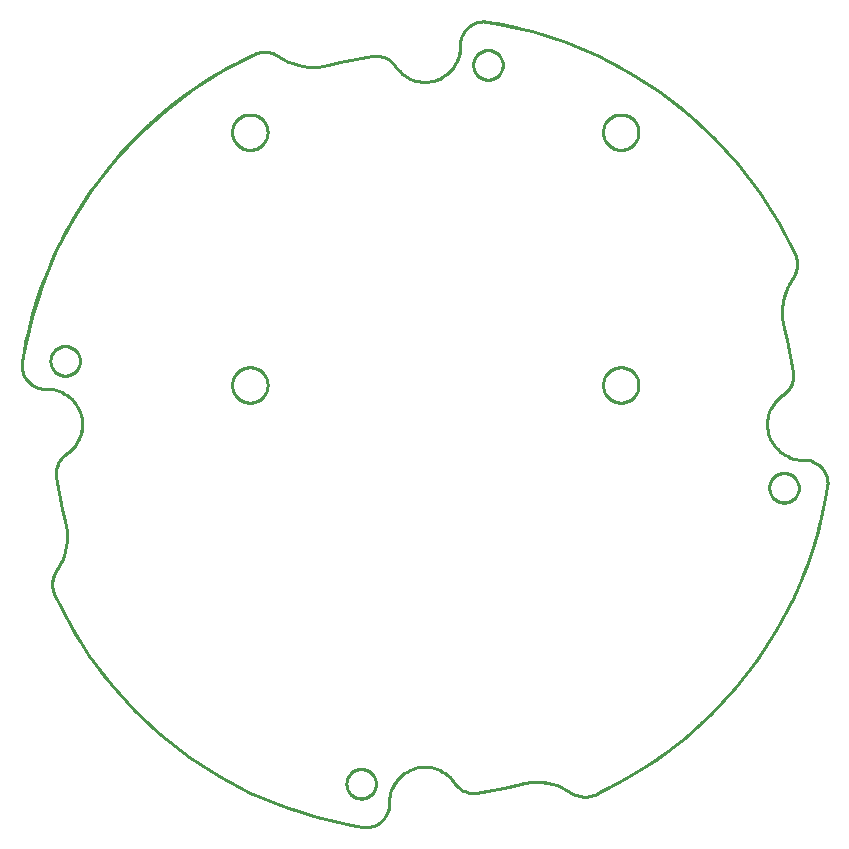
<source format=gbr>
G04 EAGLE Gerber RS-274X export*
G75*
%MOMM*%
%FSLAX34Y34*%
%LPD*%
%IN*%
%IPPOS*%
%AMOC8*
5,1,8,0,0,1.08239X$1,22.5*%
G01*
%ADD10C,0.200000*%
%ADD11C,0.010000*%
%ADD12C,0.000000*%
%ADD13C,0.254000*%


D10*
X187314Y374412D02*
X190773Y380403D01*
X619597Y190773D02*
X625588Y187314D01*
X470000Y180000D02*
X470000Y178869D01*
X820000Y470000D02*
X821131Y470000D01*
X530000Y820000D02*
X530000Y821131D01*
X180000Y530000D02*
X178869Y530000D01*
X809227Y619597D02*
X812686Y625588D01*
X380403Y809227D02*
X374412Y812686D01*
X840893Y446923D02*
X839518Y438741D01*
X837947Y430595D01*
X836180Y422489D01*
X834219Y414427D01*
X832065Y406416D01*
X829718Y398458D01*
X827181Y390559D01*
X824455Y382723D01*
X821541Y374955D01*
X818441Y367259D01*
X815157Y359641D01*
X811691Y352103D01*
X808045Y344651D01*
X804220Y337288D01*
X800220Y330020D01*
X796046Y322850D01*
X791700Y315783D01*
X787186Y308822D01*
X782506Y301971D01*
X777663Y295236D01*
X772659Y288618D01*
X767497Y282123D01*
X762180Y275754D01*
X756712Y269514D01*
X751096Y263408D01*
X745334Y257438D01*
X739431Y251609D01*
X733389Y245924D01*
X727212Y240385D01*
X720903Y234997D01*
X714467Y229761D01*
X707907Y224682D01*
X701226Y219763D01*
X694430Y215005D01*
X687520Y210412D01*
X680503Y205987D01*
X673381Y201732D01*
X666159Y197649D01*
X658840Y193741D01*
X651430Y190010D01*
X643932Y186458D01*
X446923Y159107D02*
X438741Y160482D01*
X430595Y162053D01*
X422489Y163820D01*
X414427Y165781D01*
X406416Y167935D01*
X398458Y170282D01*
X390559Y172819D01*
X382723Y175545D01*
X374955Y178459D01*
X367259Y181559D01*
X359641Y184843D01*
X352103Y188309D01*
X344651Y191955D01*
X337288Y195780D01*
X330020Y199780D01*
X322850Y203954D01*
X315783Y208300D01*
X308822Y212814D01*
X301971Y217494D01*
X295236Y222337D01*
X288618Y227341D01*
X282123Y232503D01*
X275754Y237820D01*
X269514Y243288D01*
X263408Y248904D01*
X257438Y254666D01*
X251609Y260569D01*
X245924Y266611D01*
X240385Y272788D01*
X234997Y279097D01*
X229761Y285533D01*
X224682Y292093D01*
X219763Y298774D01*
X215005Y305570D01*
X210412Y312480D01*
X205987Y319497D01*
X201732Y326619D01*
X197649Y333841D01*
X193741Y341160D01*
X190010Y348570D01*
X186458Y356068D01*
X159107Y553077D02*
X160482Y561259D01*
X162053Y569405D01*
X163820Y577511D01*
X165781Y585573D01*
X167935Y593584D01*
X170282Y601542D01*
X172819Y609441D01*
X175545Y617277D01*
X178459Y625045D01*
X181559Y632741D01*
X184843Y640359D01*
X188309Y647897D01*
X191955Y655349D01*
X195780Y662712D01*
X199780Y669980D01*
X203954Y677150D01*
X208300Y684217D01*
X212814Y691178D01*
X217494Y698029D01*
X222337Y704764D01*
X227341Y711382D01*
X232503Y717877D01*
X237820Y724246D01*
X243288Y730486D01*
X248904Y736592D01*
X254666Y742562D01*
X260569Y748391D01*
X266611Y754076D01*
X272788Y759615D01*
X279097Y765003D01*
X285533Y770239D01*
X292093Y775318D01*
X298774Y780237D01*
X305570Y784995D01*
X312480Y789588D01*
X319497Y794013D01*
X326619Y798268D01*
X333841Y802351D01*
X341160Y806259D01*
X348570Y809990D01*
X356068Y813542D01*
X553077Y840893D02*
X561259Y839518D01*
X569405Y837947D01*
X577511Y836180D01*
X585573Y834219D01*
X593584Y832065D01*
X601542Y829718D01*
X609441Y827181D01*
X617277Y824455D01*
X625045Y821541D01*
X632741Y818441D01*
X640359Y815157D01*
X647897Y811691D01*
X655349Y808045D01*
X662712Y804220D01*
X669980Y800220D01*
X677150Y796046D01*
X684217Y791700D01*
X691178Y787186D01*
X698029Y782506D01*
X704764Y777663D01*
X711382Y772659D01*
X717877Y767497D01*
X724246Y762180D01*
X730486Y756712D01*
X736592Y751096D01*
X742562Y745334D01*
X748391Y739431D01*
X754076Y733389D01*
X759615Y727212D01*
X765003Y720903D01*
X770239Y714467D01*
X775318Y707907D01*
X780237Y701226D01*
X784995Y694430D01*
X789588Y687520D01*
X794013Y680503D01*
X798268Y673381D01*
X802351Y666159D01*
X806259Y658840D01*
X809990Y651430D01*
X813542Y643932D01*
X188128Y455716D02*
X189292Y448175D01*
X190639Y440665D01*
X192167Y433190D01*
X193875Y425754D01*
X195763Y418361D01*
D11*
X418361Y804237D02*
X425754Y806125D01*
X433190Y807833D01*
X440665Y809361D01*
X448175Y810708D01*
X455716Y811872D01*
D10*
X804237Y581639D02*
X806125Y574246D01*
X807833Y566810D01*
X809361Y559335D01*
X810708Y551824D01*
X811872Y544284D01*
X581639Y195763D02*
X574246Y193875D01*
X566810Y192167D01*
X559335Y190639D01*
X551825Y189292D01*
X544284Y188128D01*
D11*
X418362Y804237D02*
X417208Y803943D01*
X416048Y803675D01*
X414882Y803436D01*
X413710Y803224D01*
X412534Y803040D01*
X411354Y802884D01*
X410170Y802757D01*
X408984Y802657D01*
X407795Y802586D01*
X406606Y802543D01*
X405415Y802529D01*
X404225Y802543D01*
X403035Y802585D01*
X401847Y802656D01*
X400660Y802754D01*
X399476Y802881D01*
X398296Y803037D01*
X397120Y803220D01*
X395948Y803431D01*
X394782Y803670D01*
X393622Y803937D01*
X392468Y804231D01*
X391322Y804553D01*
X390183Y804902D01*
X389054Y805278D01*
X387933Y805680D01*
X386823Y806109D01*
X385723Y806565D01*
X384634Y807046D01*
X383557Y807554D01*
X382493Y808087D01*
X381441Y808645D01*
X380403Y809228D01*
D10*
X195764Y418361D02*
X196058Y417208D01*
X196326Y416048D01*
X196565Y414882D01*
X196777Y413710D01*
X196961Y412534D01*
X197117Y411354D01*
X197244Y410170D01*
X197344Y408984D01*
X197415Y407795D01*
X197458Y406606D01*
X197472Y405415D01*
X197458Y404225D01*
X197416Y403035D01*
X197345Y401846D01*
X197247Y400660D01*
X197120Y399476D01*
X196964Y398296D01*
X196781Y397120D01*
X196570Y395948D01*
X196331Y394782D01*
X196064Y393621D01*
X195770Y392468D01*
X195448Y391322D01*
X195099Y390183D01*
X194723Y389054D01*
X194321Y387933D01*
X193892Y386823D01*
X193436Y385723D01*
X192955Y384634D01*
X192447Y383557D01*
X191914Y382493D01*
X191356Y381441D01*
X190773Y380403D01*
X581639Y195764D02*
X582792Y196058D01*
X583952Y196326D01*
X585118Y196565D01*
X586290Y196777D01*
X587466Y196961D01*
X588646Y197117D01*
X589830Y197244D01*
X591016Y197344D01*
X592205Y197415D01*
X593394Y197458D01*
X594585Y197472D01*
X595775Y197458D01*
X596965Y197416D01*
X598154Y197345D01*
X599340Y197247D01*
X600524Y197120D01*
X601704Y196964D01*
X602880Y196781D01*
X604052Y196570D01*
X605218Y196331D01*
X606379Y196064D01*
X607532Y195770D01*
X608678Y195448D01*
X609817Y195099D01*
X610946Y194723D01*
X612067Y194321D01*
X613177Y193892D01*
X614277Y193436D01*
X615366Y192955D01*
X616443Y192447D01*
X617507Y191914D01*
X618559Y191356D01*
X619597Y190773D01*
X804237Y581638D02*
X803943Y582792D01*
X803675Y583952D01*
X803436Y585118D01*
X803224Y586290D01*
X803040Y587466D01*
X802884Y588646D01*
X802757Y589830D01*
X802657Y591016D01*
X802586Y592205D01*
X802543Y593394D01*
X802529Y594585D01*
X802543Y595775D01*
X802585Y596965D01*
X802656Y598153D01*
X802754Y599340D01*
X802881Y600524D01*
X803037Y601704D01*
X803220Y602880D01*
X803431Y604052D01*
X803670Y605218D01*
X803937Y606378D01*
X804231Y607532D01*
X804553Y608678D01*
X804902Y609817D01*
X805278Y610946D01*
X805680Y612067D01*
X806109Y613177D01*
X806565Y614277D01*
X807046Y615366D01*
X807554Y616443D01*
X808087Y617507D01*
X808645Y618559D01*
X809228Y619597D01*
X524883Y196758D02*
X524465Y197363D01*
X524032Y197957D01*
X523585Y198540D01*
X523124Y199113D01*
X522648Y199674D01*
X522159Y200223D01*
X521657Y200760D01*
X521142Y201284D01*
X520614Y201796D01*
X520073Y202295D01*
X519521Y202780D01*
X518957Y203252D01*
X518381Y203709D01*
X517795Y204152D01*
X517198Y204581D01*
X516590Y204995D01*
X515973Y205394D01*
X515346Y205778D01*
X514709Y206147D01*
X514064Y206499D01*
X513410Y206836D01*
X512749Y207156D01*
X512079Y207461D01*
X511403Y207748D01*
X510719Y208020D01*
X510030Y208274D01*
X509334Y208511D01*
X508632Y208731D01*
X507925Y208934D01*
X507214Y209120D01*
X506498Y209288D01*
X505779Y209438D01*
X505055Y209571D01*
X504329Y209686D01*
X503600Y209783D01*
X502869Y209862D01*
X502137Y209924D01*
X501403Y209967D01*
X500668Y209993D01*
X499933Y210000D01*
X499198Y209989D01*
X498463Y209961D01*
X497729Y209914D01*
X496997Y209849D01*
X496266Y209767D01*
X495538Y209666D01*
X494812Y209548D01*
X494090Y209412D01*
X493371Y209258D01*
X492656Y209087D01*
X491945Y208898D01*
X491239Y208692D01*
X490539Y208469D01*
X489844Y208229D01*
X489155Y207971D01*
X488473Y207697D01*
X487798Y207406D01*
X487130Y207099D01*
X486469Y206775D01*
X485817Y206436D01*
X485174Y206080D01*
X484539Y205709D01*
X483914Y205323D01*
X483298Y204921D01*
X482692Y204504D01*
X482097Y204072D01*
X481512Y203626D01*
X480939Y203166D01*
X480377Y202692D01*
X479827Y202205D01*
X479289Y201703D01*
X478763Y201189D01*
X478250Y200663D01*
X477750Y200123D01*
X477264Y199572D01*
X476791Y199009D01*
X476332Y198435D01*
X475888Y197849D01*
X475457Y197253D01*
X475042Y196646D01*
X474641Y196030D01*
X474256Y195403D01*
X473887Y194768D01*
X473532Y194123D01*
X473194Y193471D01*
X472872Y192810D01*
X472566Y192141D01*
X472277Y191465D01*
X472005Y190782D01*
X471749Y190093D01*
X471510Y189397D01*
X471288Y188696D01*
X471084Y187990D01*
X470897Y187279D01*
X470727Y186564D01*
X470575Y185844D01*
X470440Y185122D01*
X470324Y184396D01*
X470225Y183667D01*
X470144Y182936D01*
X470081Y182204D01*
X470036Y181470D01*
X470009Y180735D01*
X470000Y180000D01*
X196758Y475117D02*
X197363Y475535D01*
X197957Y475968D01*
X198540Y476415D01*
X199113Y476876D01*
X199674Y477352D01*
X200223Y477841D01*
X200760Y478343D01*
X201284Y478858D01*
X201796Y479386D01*
X202295Y479927D01*
X202780Y480479D01*
X203252Y481043D01*
X203709Y481619D01*
X204152Y482205D01*
X204581Y482802D01*
X204995Y483410D01*
X205394Y484027D01*
X205778Y484654D01*
X206147Y485291D01*
X206499Y485936D01*
X206836Y486590D01*
X207156Y487251D01*
X207461Y487921D01*
X207748Y488597D01*
X208020Y489281D01*
X208274Y489970D01*
X208511Y490666D01*
X208731Y491368D01*
X208934Y492075D01*
X209120Y492786D01*
X209288Y493502D01*
X209438Y494221D01*
X209571Y494945D01*
X209686Y495671D01*
X209783Y496400D01*
X209862Y497131D01*
X209924Y497863D01*
X209967Y498597D01*
X209993Y499332D01*
X210000Y500067D01*
X209989Y500802D01*
X209961Y501537D01*
X209914Y502271D01*
X209849Y503003D01*
X209767Y503734D01*
X209666Y504462D01*
X209548Y505188D01*
X209412Y505910D01*
X209258Y506629D01*
X209087Y507344D01*
X208898Y508055D01*
X208692Y508761D01*
X208469Y509461D01*
X208229Y510156D01*
X207971Y510845D01*
X207697Y511527D01*
X207406Y512202D01*
X207099Y512870D01*
X206775Y513531D01*
X206436Y514183D01*
X206080Y514826D01*
X205709Y515461D01*
X205323Y516086D01*
X204921Y516702D01*
X204504Y517308D01*
X204072Y517903D01*
X203626Y518488D01*
X203166Y519061D01*
X202692Y519623D01*
X202205Y520173D01*
X201703Y520711D01*
X201189Y521237D01*
X200663Y521750D01*
X200123Y522250D01*
X199572Y522736D01*
X199009Y523209D01*
X198435Y523668D01*
X197849Y524112D01*
X197253Y524543D01*
X196646Y524958D01*
X196030Y525359D01*
X195403Y525744D01*
X194768Y526113D01*
X194123Y526468D01*
X193471Y526806D01*
X192810Y527128D01*
X192141Y527434D01*
X191465Y527723D01*
X190782Y527995D01*
X190093Y528251D01*
X189397Y528490D01*
X188696Y528712D01*
X187990Y528916D01*
X187279Y529103D01*
X186564Y529273D01*
X185844Y529425D01*
X185122Y529560D01*
X184396Y529676D01*
X183667Y529775D01*
X182936Y529856D01*
X182204Y529919D01*
X181470Y529964D01*
X180735Y529991D01*
X180000Y530000D01*
X475117Y803242D02*
X475535Y802637D01*
X475968Y802043D01*
X476415Y801460D01*
X476876Y800887D01*
X477352Y800326D01*
X477841Y799777D01*
X478343Y799240D01*
X478858Y798716D01*
X479386Y798204D01*
X479927Y797705D01*
X480479Y797220D01*
X481043Y796748D01*
X481619Y796291D01*
X482205Y795848D01*
X482802Y795419D01*
X483410Y795005D01*
X484027Y794606D01*
X484654Y794222D01*
X485291Y793853D01*
X485936Y793501D01*
X486590Y793164D01*
X487251Y792844D01*
X487921Y792539D01*
X488597Y792252D01*
X489281Y791980D01*
X489970Y791726D01*
X490666Y791489D01*
X491368Y791269D01*
X492075Y791066D01*
X492786Y790880D01*
X493502Y790712D01*
X494221Y790562D01*
X494945Y790429D01*
X495671Y790314D01*
X496400Y790217D01*
X497131Y790138D01*
X497863Y790076D01*
X498597Y790033D01*
X499332Y790007D01*
X500067Y790000D01*
X500802Y790011D01*
X501537Y790039D01*
X502271Y790086D01*
X503003Y790151D01*
X503734Y790233D01*
X504462Y790334D01*
X505188Y790452D01*
X505910Y790588D01*
X506629Y790742D01*
X507344Y790913D01*
X508055Y791102D01*
X508761Y791308D01*
X509461Y791531D01*
X510156Y791771D01*
X510845Y792029D01*
X511527Y792303D01*
X512202Y792594D01*
X512870Y792901D01*
X513531Y793225D01*
X514183Y793564D01*
X514826Y793920D01*
X515461Y794291D01*
X516086Y794677D01*
X516702Y795079D01*
X517308Y795496D01*
X517903Y795928D01*
X518488Y796374D01*
X519061Y796834D01*
X519623Y797308D01*
X520173Y797795D01*
X520711Y798297D01*
X521237Y798811D01*
X521750Y799337D01*
X522250Y799877D01*
X522736Y800428D01*
X523209Y800991D01*
X523668Y801565D01*
X524112Y802151D01*
X524543Y802747D01*
X524958Y803354D01*
X525359Y803970D01*
X525744Y804597D01*
X526113Y805232D01*
X526468Y805877D01*
X526806Y806529D01*
X527128Y807190D01*
X527434Y807859D01*
X527723Y808535D01*
X527995Y809218D01*
X528251Y809907D01*
X528490Y810603D01*
X528712Y811304D01*
X528916Y812010D01*
X529103Y812721D01*
X529273Y813436D01*
X529425Y814156D01*
X529560Y814878D01*
X529676Y815604D01*
X529775Y816333D01*
X529856Y817064D01*
X529919Y817796D01*
X529964Y818530D01*
X529991Y819265D01*
X530000Y820000D01*
X803242Y524883D02*
X802637Y524465D01*
X802043Y524032D01*
X801460Y523585D01*
X800887Y523124D01*
X800326Y522648D01*
X799777Y522159D01*
X799240Y521657D01*
X798716Y521142D01*
X798204Y520614D01*
X797705Y520073D01*
X797220Y519521D01*
X796748Y518957D01*
X796291Y518381D01*
X795848Y517795D01*
X795419Y517198D01*
X795005Y516590D01*
X794606Y515973D01*
X794222Y515346D01*
X793853Y514709D01*
X793501Y514064D01*
X793164Y513410D01*
X792844Y512749D01*
X792539Y512079D01*
X792252Y511403D01*
X791980Y510719D01*
X791726Y510030D01*
X791489Y509334D01*
X791269Y508632D01*
X791066Y507925D01*
X790880Y507214D01*
X790712Y506498D01*
X790562Y505779D01*
X790429Y505055D01*
X790314Y504329D01*
X790217Y503600D01*
X790138Y502869D01*
X790076Y502137D01*
X790033Y501403D01*
X790007Y500668D01*
X790000Y499933D01*
X790011Y499198D01*
X790039Y498463D01*
X790086Y497729D01*
X790151Y496997D01*
X790233Y496266D01*
X790334Y495538D01*
X790452Y494812D01*
X790588Y494090D01*
X790742Y493371D01*
X790913Y492656D01*
X791102Y491945D01*
X791308Y491239D01*
X791531Y490539D01*
X791771Y489844D01*
X792029Y489155D01*
X792303Y488473D01*
X792594Y487798D01*
X792901Y487130D01*
X793225Y486469D01*
X793564Y485817D01*
X793920Y485174D01*
X794291Y484539D01*
X794677Y483914D01*
X795079Y483298D01*
X795496Y482692D01*
X795928Y482097D01*
X796374Y481512D01*
X796834Y480939D01*
X797308Y480377D01*
X797795Y479827D01*
X798297Y479289D01*
X798811Y478763D01*
X799337Y478250D01*
X799877Y477750D01*
X800428Y477264D01*
X800991Y476791D01*
X801565Y476332D01*
X802151Y475888D01*
X802747Y475457D01*
X803354Y475042D01*
X803970Y474641D01*
X804597Y474256D01*
X805232Y473887D01*
X805877Y473532D01*
X806529Y473194D01*
X807190Y472872D01*
X807859Y472566D01*
X808535Y472277D01*
X809218Y472005D01*
X809907Y471749D01*
X810603Y471510D01*
X811304Y471288D01*
X812010Y471084D01*
X812721Y470897D01*
X813436Y470727D01*
X814156Y470575D01*
X814878Y470440D01*
X815604Y470324D01*
X816333Y470225D01*
X817064Y470144D01*
X817796Y470081D01*
X818530Y470036D01*
X819265Y470009D01*
X820000Y470000D01*
X187313Y374412D02*
X187074Y373985D01*
X186845Y373553D01*
X186627Y373115D01*
X186419Y372672D01*
X186223Y372224D01*
X186037Y371772D01*
X185863Y371315D01*
X185700Y370853D01*
X185548Y370388D01*
X185407Y369920D01*
X185278Y369448D01*
X185161Y368973D01*
X185055Y368495D01*
X184961Y368015D01*
X184879Y367533D01*
X184809Y367049D01*
X184750Y366563D01*
X184703Y366076D01*
X184669Y365588D01*
X184646Y365100D01*
X184635Y364611D01*
X184636Y364121D01*
X184649Y363632D01*
X184674Y363144D01*
X184711Y362656D01*
X184760Y362169D01*
X184821Y361684D01*
X184894Y361200D01*
X184978Y360718D01*
X185074Y360239D01*
X185182Y359761D01*
X185302Y359287D01*
X185433Y358816D01*
X185576Y358348D01*
X185730Y357884D01*
X185895Y357423D01*
X186071Y356967D01*
X186259Y356515D01*
X186458Y356068D01*
X188129Y455716D02*
X188066Y456199D01*
X188015Y456683D01*
X187976Y457168D01*
X187949Y457654D01*
X187934Y458140D01*
X187930Y458627D01*
X187939Y459113D01*
X187959Y459599D01*
X187991Y460085D01*
X188034Y460569D01*
X188090Y461053D01*
X188157Y461535D01*
X188236Y462015D01*
X188327Y462493D01*
X188429Y462969D01*
X188543Y463442D01*
X188668Y463912D01*
X188805Y464379D01*
X188953Y464842D01*
X189112Y465302D01*
X189283Y465758D01*
X189464Y466209D01*
X189656Y466656D01*
X189859Y467098D01*
X190073Y467536D01*
X190298Y467967D01*
X190532Y468393D01*
X190778Y468814D01*
X191033Y469228D01*
X191298Y469636D01*
X191573Y470037D01*
X191858Y470432D01*
X192153Y470819D01*
X192456Y471199D01*
X192769Y471572D01*
X193091Y471937D01*
X193421Y472294D01*
X193761Y472643D01*
X194108Y472983D01*
X194464Y473315D01*
X194828Y473639D01*
X195199Y473953D01*
X195578Y474258D01*
X195964Y474554D01*
X196358Y474840D01*
X196758Y475117D01*
X178869Y530000D02*
X178383Y530006D01*
X177897Y530024D01*
X177412Y530053D01*
X176928Y530094D01*
X176445Y530147D01*
X175963Y530212D01*
X175483Y530289D01*
X175006Y530377D01*
X174530Y530476D01*
X174057Y530588D01*
X173587Y530710D01*
X173119Y530844D01*
X172656Y530990D01*
X172196Y531146D01*
X171740Y531314D01*
X171288Y531493D01*
X170840Y531682D01*
X170397Y531883D01*
X169960Y532094D01*
X169527Y532316D01*
X169100Y532548D01*
X168679Y532790D01*
X168264Y533043D01*
X167855Y533306D01*
X167453Y533578D01*
X167057Y533860D01*
X166669Y534152D01*
X166287Y534453D01*
X165913Y534764D01*
X165547Y535083D01*
X165188Y535411D01*
X164838Y535748D01*
X164496Y536093D01*
X164162Y536446D01*
X163837Y536808D01*
X163521Y537177D01*
X163214Y537553D01*
X162916Y537937D01*
X162628Y538329D01*
X162349Y538727D01*
X162080Y539131D01*
X161821Y539542D01*
X161572Y539960D01*
X161333Y540383D01*
X161104Y540812D01*
X160886Y541246D01*
X160679Y541686D01*
X160482Y542130D01*
X160297Y542579D01*
X160122Y543033D01*
X159958Y543490D01*
X159805Y543952D01*
X159664Y544417D01*
X159534Y544885D01*
X159416Y545356D01*
X159309Y545830D01*
X159213Y546307D01*
X159129Y546785D01*
X159057Y547266D01*
X158996Y547748D01*
X158947Y548232D01*
X158910Y548716D01*
X158885Y549202D01*
X158871Y549687D01*
X158870Y550173D01*
X158880Y550659D01*
X158902Y551145D01*
X158935Y551629D01*
X158981Y552113D01*
X159038Y552596D01*
X159107Y553077D01*
X356068Y813542D02*
X356515Y813741D01*
X356967Y813929D01*
X357423Y814105D01*
X357884Y814270D01*
X358348Y814424D01*
X358816Y814567D01*
X359287Y814698D01*
X359761Y814818D01*
X360239Y814926D01*
X360718Y815022D01*
X361200Y815106D01*
X361684Y815179D01*
X362169Y815240D01*
X362656Y815289D01*
X363144Y815326D01*
X363632Y815351D01*
X364121Y815364D01*
X364611Y815365D01*
X365100Y815354D01*
X365588Y815331D01*
X366076Y815297D01*
X366563Y815250D01*
X367049Y815191D01*
X367533Y815121D01*
X368015Y815039D01*
X368495Y814945D01*
X368973Y814839D01*
X369448Y814722D01*
X369920Y814593D01*
X370388Y814452D01*
X370853Y814300D01*
X371315Y814137D01*
X371772Y813963D01*
X372224Y813777D01*
X372672Y813581D01*
X373115Y813373D01*
X373553Y813155D01*
X373985Y812926D01*
X374412Y812687D01*
X455716Y811871D02*
X456199Y811934D01*
X456683Y811985D01*
X457168Y812024D01*
X457654Y812051D01*
X458140Y812066D01*
X458627Y812070D01*
X459113Y812061D01*
X459599Y812041D01*
X460085Y812009D01*
X460569Y811966D01*
X461053Y811910D01*
X461535Y811843D01*
X462015Y811764D01*
X462493Y811673D01*
X462969Y811571D01*
X463442Y811457D01*
X463912Y811332D01*
X464379Y811195D01*
X464842Y811047D01*
X465302Y810888D01*
X465758Y810717D01*
X466209Y810536D01*
X466656Y810344D01*
X467098Y810141D01*
X467536Y809927D01*
X467967Y809702D01*
X468393Y809468D01*
X468814Y809222D01*
X469228Y808967D01*
X469636Y808702D01*
X470037Y808427D01*
X470432Y808142D01*
X470819Y807847D01*
X471199Y807544D01*
X471572Y807231D01*
X471937Y806909D01*
X472294Y806579D01*
X472643Y806239D01*
X472983Y805892D01*
X473315Y805536D01*
X473639Y805172D01*
X473953Y804801D01*
X474258Y804422D01*
X474554Y804036D01*
X474840Y803642D01*
X475117Y803242D01*
X530000Y821131D02*
X530006Y821617D01*
X530024Y822103D01*
X530053Y822588D01*
X530094Y823072D01*
X530147Y823555D01*
X530212Y824037D01*
X530289Y824517D01*
X530377Y824994D01*
X530476Y825470D01*
X530588Y825943D01*
X530710Y826413D01*
X530844Y826881D01*
X530990Y827344D01*
X531146Y827804D01*
X531314Y828260D01*
X531493Y828712D01*
X531682Y829160D01*
X531883Y829603D01*
X532094Y830040D01*
X532316Y830473D01*
X532548Y830900D01*
X532790Y831321D01*
X533043Y831736D01*
X533306Y832145D01*
X533578Y832547D01*
X533861Y832943D01*
X534152Y833331D01*
X534453Y833713D01*
X534764Y834087D01*
X535083Y834453D01*
X535411Y834812D01*
X535748Y835162D01*
X536093Y835504D01*
X536446Y835838D01*
X536808Y836163D01*
X537177Y836479D01*
X537553Y836786D01*
X537937Y837084D01*
X538329Y837372D01*
X538727Y837651D01*
X539131Y837920D01*
X539542Y838179D01*
X539960Y838428D01*
X540383Y838667D01*
X540812Y838896D01*
X541246Y839114D01*
X541686Y839321D01*
X542130Y839518D01*
X542579Y839703D01*
X543033Y839878D01*
X543490Y840042D01*
X543952Y840195D01*
X544417Y840336D01*
X544885Y840466D01*
X545356Y840584D01*
X545830Y840691D01*
X546307Y840787D01*
X546785Y840871D01*
X547266Y840943D01*
X547748Y841004D01*
X548232Y841053D01*
X548716Y841090D01*
X549201Y841115D01*
X549687Y841129D01*
X550173Y841130D01*
X550659Y841120D01*
X551145Y841098D01*
X551629Y841065D01*
X552113Y841019D01*
X552596Y840962D01*
X553077Y840893D01*
X813542Y643932D02*
X813741Y643485D01*
X813929Y643033D01*
X814105Y642577D01*
X814270Y642116D01*
X814424Y641652D01*
X814567Y641184D01*
X814698Y640713D01*
X814818Y640239D01*
X814926Y639761D01*
X815022Y639282D01*
X815106Y638800D01*
X815179Y638316D01*
X815240Y637831D01*
X815289Y637344D01*
X815326Y636856D01*
X815351Y636368D01*
X815364Y635879D01*
X815365Y635389D01*
X815354Y634900D01*
X815331Y634412D01*
X815297Y633924D01*
X815250Y633437D01*
X815191Y632951D01*
X815121Y632467D01*
X815039Y631985D01*
X814945Y631505D01*
X814839Y631027D01*
X814722Y630552D01*
X814593Y630080D01*
X814452Y629612D01*
X814300Y629147D01*
X814137Y628685D01*
X813963Y628228D01*
X813777Y627776D01*
X813581Y627328D01*
X813373Y626885D01*
X813155Y626447D01*
X812926Y626015D01*
X812687Y625588D01*
X811871Y544284D02*
X811934Y543801D01*
X811985Y543317D01*
X812024Y542832D01*
X812051Y542346D01*
X812066Y541860D01*
X812070Y541373D01*
X812061Y540887D01*
X812041Y540401D01*
X812009Y539915D01*
X811966Y539431D01*
X811910Y538947D01*
X811843Y538465D01*
X811764Y537985D01*
X811673Y537507D01*
X811571Y537031D01*
X811457Y536558D01*
X811332Y536088D01*
X811195Y535621D01*
X811047Y535158D01*
X810888Y534698D01*
X810717Y534242D01*
X810536Y533791D01*
X810344Y533344D01*
X810141Y532902D01*
X809927Y532464D01*
X809702Y532033D01*
X809468Y531607D01*
X809222Y531186D01*
X808967Y530772D01*
X808702Y530364D01*
X808427Y529963D01*
X808142Y529568D01*
X807847Y529181D01*
X807544Y528801D01*
X807231Y528428D01*
X806909Y528063D01*
X806579Y527706D01*
X806239Y527357D01*
X805892Y527017D01*
X805536Y526685D01*
X805172Y526361D01*
X804801Y526047D01*
X804422Y525742D01*
X804036Y525446D01*
X803642Y525160D01*
X803242Y524883D01*
X821131Y470000D02*
X821617Y469994D01*
X822103Y469976D01*
X822588Y469947D01*
X823072Y469906D01*
X823555Y469853D01*
X824037Y469788D01*
X824517Y469711D01*
X824994Y469623D01*
X825470Y469524D01*
X825943Y469412D01*
X826413Y469290D01*
X826881Y469156D01*
X827344Y469010D01*
X827804Y468854D01*
X828260Y468686D01*
X828712Y468507D01*
X829160Y468318D01*
X829603Y468117D01*
X830040Y467906D01*
X830473Y467684D01*
X830900Y467452D01*
X831321Y467210D01*
X831736Y466957D01*
X832145Y466694D01*
X832547Y466422D01*
X832943Y466139D01*
X833331Y465848D01*
X833713Y465547D01*
X834087Y465236D01*
X834453Y464917D01*
X834812Y464589D01*
X835162Y464252D01*
X835504Y463907D01*
X835838Y463554D01*
X836163Y463192D01*
X836479Y462823D01*
X836786Y462447D01*
X837084Y462063D01*
X837372Y461671D01*
X837651Y461273D01*
X837920Y460869D01*
X838179Y460458D01*
X838428Y460040D01*
X838667Y459617D01*
X838896Y459188D01*
X839114Y458754D01*
X839321Y458314D01*
X839518Y457870D01*
X839703Y457421D01*
X839878Y456967D01*
X840042Y456510D01*
X840195Y456048D01*
X840336Y455583D01*
X840466Y455115D01*
X840584Y454644D01*
X840691Y454170D01*
X840787Y453693D01*
X840871Y453215D01*
X840943Y452734D01*
X841004Y452252D01*
X841053Y451768D01*
X841090Y451284D01*
X841115Y450799D01*
X841129Y450313D01*
X841130Y449827D01*
X841120Y449341D01*
X841098Y448855D01*
X841065Y448371D01*
X841019Y447887D01*
X840962Y447404D01*
X840893Y446923D01*
X643932Y186458D02*
X643485Y186259D01*
X643033Y186071D01*
X642577Y185895D01*
X642116Y185730D01*
X641652Y185576D01*
X641184Y185433D01*
X640713Y185302D01*
X640239Y185182D01*
X639761Y185074D01*
X639282Y184978D01*
X638800Y184894D01*
X638316Y184821D01*
X637831Y184760D01*
X637344Y184711D01*
X636856Y184674D01*
X636368Y184649D01*
X635879Y184636D01*
X635389Y184635D01*
X634900Y184646D01*
X634412Y184669D01*
X633924Y184703D01*
X633437Y184750D01*
X632951Y184809D01*
X632467Y184879D01*
X631985Y184961D01*
X631505Y185055D01*
X631027Y185161D01*
X630552Y185278D01*
X630080Y185407D01*
X629612Y185548D01*
X629147Y185700D01*
X628685Y185863D01*
X628228Y186037D01*
X627776Y186223D01*
X627328Y186419D01*
X626885Y186627D01*
X626447Y186845D01*
X626015Y187074D01*
X625588Y187313D01*
X544284Y188129D02*
X543801Y188066D01*
X543317Y188015D01*
X542832Y187976D01*
X542346Y187949D01*
X541860Y187934D01*
X541373Y187930D01*
X540887Y187939D01*
X540401Y187959D01*
X539915Y187991D01*
X539431Y188034D01*
X538947Y188090D01*
X538465Y188157D01*
X537985Y188236D01*
X537507Y188327D01*
X537031Y188429D01*
X536558Y188543D01*
X536088Y188668D01*
X535621Y188805D01*
X535158Y188953D01*
X534698Y189112D01*
X534242Y189283D01*
X533791Y189464D01*
X533344Y189656D01*
X532902Y189859D01*
X532464Y190073D01*
X532033Y190298D01*
X531607Y190532D01*
X531186Y190778D01*
X530772Y191033D01*
X530364Y191298D01*
X529963Y191573D01*
X529568Y191858D01*
X529181Y192153D01*
X528801Y192456D01*
X528428Y192769D01*
X528063Y193091D01*
X527706Y193421D01*
X527357Y193761D01*
X527017Y194108D01*
X526685Y194464D01*
X526361Y194828D01*
X526047Y195199D01*
X525742Y195578D01*
X525446Y195964D01*
X525160Y196358D01*
X524883Y196758D01*
X470000Y178869D02*
X469994Y178383D01*
X469976Y177897D01*
X469947Y177412D01*
X469906Y176928D01*
X469853Y176445D01*
X469788Y175963D01*
X469711Y175483D01*
X469623Y175006D01*
X469524Y174530D01*
X469412Y174057D01*
X469290Y173587D01*
X469156Y173119D01*
X469010Y172656D01*
X468854Y172196D01*
X468686Y171740D01*
X468507Y171288D01*
X468318Y170840D01*
X468117Y170397D01*
X467906Y169960D01*
X467684Y169527D01*
X467452Y169100D01*
X467210Y168679D01*
X466957Y168264D01*
X466694Y167855D01*
X466422Y167453D01*
X466140Y167057D01*
X465848Y166669D01*
X465547Y166287D01*
X465236Y165913D01*
X464917Y165547D01*
X464589Y165188D01*
X464252Y164838D01*
X463907Y164496D01*
X463554Y164162D01*
X463192Y163837D01*
X462823Y163521D01*
X462447Y163214D01*
X462063Y162916D01*
X461671Y162628D01*
X461273Y162349D01*
X460869Y162080D01*
X460458Y161821D01*
X460040Y161572D01*
X459617Y161333D01*
X459188Y161104D01*
X458754Y160886D01*
X458314Y160679D01*
X457870Y160482D01*
X457421Y160297D01*
X456967Y160122D01*
X456510Y159958D01*
X456048Y159805D01*
X455583Y159664D01*
X455115Y159534D01*
X454644Y159416D01*
X454170Y159309D01*
X453693Y159213D01*
X453215Y159129D01*
X452734Y159057D01*
X452252Y158996D01*
X451768Y158947D01*
X451284Y158910D01*
X450798Y158885D01*
X450313Y158871D01*
X449827Y158870D01*
X449341Y158880D01*
X448855Y158902D01*
X448371Y158935D01*
X447887Y158981D01*
X447404Y159038D01*
X446923Y159107D01*
X791806Y446343D02*
X791810Y446650D01*
X791821Y446956D01*
X791840Y447263D01*
X791866Y447568D01*
X791900Y447873D01*
X791941Y448177D01*
X791990Y448480D01*
X792046Y448782D01*
X792110Y449082D01*
X792181Y449380D01*
X792259Y449677D01*
X792344Y449972D01*
X792437Y450264D01*
X792537Y450554D01*
X792644Y450842D01*
X792758Y451127D01*
X792878Y451409D01*
X793006Y451687D01*
X793141Y451963D01*
X793282Y452235D01*
X793430Y452504D01*
X793584Y452769D01*
X793745Y453030D01*
X793913Y453288D01*
X794086Y453541D01*
X794266Y453789D01*
X794452Y454033D01*
X794643Y454273D01*
X794841Y454508D01*
X795044Y454737D01*
X795253Y454962D01*
X795467Y455182D01*
X795687Y455396D01*
X795912Y455605D01*
X796141Y455808D01*
X796376Y456006D01*
X796616Y456197D01*
X796860Y456383D01*
X797108Y456563D01*
X797361Y456736D01*
X797619Y456904D01*
X797880Y457065D01*
X798145Y457219D01*
X798414Y457367D01*
X798686Y457508D01*
X798962Y457643D01*
X799240Y457771D01*
X799522Y457891D01*
X799807Y458005D01*
X800095Y458112D01*
X800385Y458212D01*
X800677Y458305D01*
X800972Y458390D01*
X801269Y458468D01*
X801567Y458539D01*
X801867Y458603D01*
X802169Y458659D01*
X802472Y458708D01*
X802776Y458749D01*
X803081Y458783D01*
X803386Y458809D01*
X803693Y458828D01*
X803999Y458839D01*
X804306Y458843D01*
X804613Y458839D01*
X804919Y458828D01*
X805226Y458809D01*
X805531Y458783D01*
X805836Y458749D01*
X806140Y458708D01*
X806443Y458659D01*
X806745Y458603D01*
X807045Y458539D01*
X807343Y458468D01*
X807640Y458390D01*
X807935Y458305D01*
X808227Y458212D01*
X808517Y458112D01*
X808805Y458005D01*
X809090Y457891D01*
X809372Y457771D01*
X809650Y457643D01*
X809926Y457508D01*
X810198Y457367D01*
X810467Y457219D01*
X810732Y457065D01*
X810993Y456904D01*
X811251Y456736D01*
X811504Y456563D01*
X811752Y456383D01*
X811996Y456197D01*
X812236Y456006D01*
X812471Y455808D01*
X812700Y455605D01*
X812925Y455396D01*
X813145Y455182D01*
X813359Y454962D01*
X813568Y454737D01*
X813771Y454508D01*
X813969Y454273D01*
X814160Y454033D01*
X814346Y453789D01*
X814526Y453541D01*
X814699Y453288D01*
X814867Y453030D01*
X815028Y452769D01*
X815182Y452504D01*
X815330Y452235D01*
X815471Y451963D01*
X815606Y451687D01*
X815734Y451409D01*
X815854Y451127D01*
X815968Y450842D01*
X816075Y450554D01*
X816175Y450264D01*
X816268Y449972D01*
X816353Y449677D01*
X816431Y449380D01*
X816502Y449082D01*
X816566Y448782D01*
X816622Y448480D01*
X816671Y448177D01*
X816712Y447873D01*
X816746Y447568D01*
X816772Y447263D01*
X816791Y446956D01*
X816802Y446650D01*
X816806Y446343D01*
X816802Y446036D01*
X816791Y445730D01*
X816772Y445423D01*
X816746Y445118D01*
X816712Y444813D01*
X816671Y444509D01*
X816622Y444206D01*
X816566Y443904D01*
X816502Y443604D01*
X816431Y443306D01*
X816353Y443009D01*
X816268Y442714D01*
X816175Y442422D01*
X816075Y442132D01*
X815968Y441844D01*
X815854Y441559D01*
X815734Y441277D01*
X815606Y440999D01*
X815471Y440723D01*
X815330Y440451D01*
X815182Y440182D01*
X815028Y439917D01*
X814867Y439656D01*
X814699Y439398D01*
X814526Y439145D01*
X814346Y438897D01*
X814160Y438653D01*
X813969Y438413D01*
X813771Y438178D01*
X813568Y437949D01*
X813359Y437724D01*
X813145Y437504D01*
X812925Y437290D01*
X812700Y437081D01*
X812471Y436878D01*
X812236Y436680D01*
X811996Y436489D01*
X811752Y436303D01*
X811504Y436123D01*
X811251Y435950D01*
X810993Y435782D01*
X810732Y435621D01*
X810467Y435467D01*
X810198Y435319D01*
X809926Y435178D01*
X809650Y435043D01*
X809372Y434915D01*
X809090Y434795D01*
X808805Y434681D01*
X808517Y434574D01*
X808227Y434474D01*
X807935Y434381D01*
X807640Y434296D01*
X807343Y434218D01*
X807045Y434147D01*
X806745Y434083D01*
X806443Y434027D01*
X806140Y433978D01*
X805836Y433937D01*
X805531Y433903D01*
X805226Y433877D01*
X804919Y433858D01*
X804613Y433847D01*
X804306Y433843D01*
X803999Y433847D01*
X803693Y433858D01*
X803386Y433877D01*
X803081Y433903D01*
X802776Y433937D01*
X802472Y433978D01*
X802169Y434027D01*
X801867Y434083D01*
X801567Y434147D01*
X801269Y434218D01*
X800972Y434296D01*
X800677Y434381D01*
X800385Y434474D01*
X800095Y434574D01*
X799807Y434681D01*
X799522Y434795D01*
X799240Y434915D01*
X798962Y435043D01*
X798686Y435178D01*
X798414Y435319D01*
X798145Y435467D01*
X797880Y435621D01*
X797619Y435782D01*
X797361Y435950D01*
X797108Y436123D01*
X796860Y436303D01*
X796616Y436489D01*
X796376Y436680D01*
X796141Y436878D01*
X795912Y437081D01*
X795687Y437290D01*
X795467Y437504D01*
X795253Y437724D01*
X795044Y437949D01*
X794841Y438178D01*
X794643Y438413D01*
X794452Y438653D01*
X794266Y438897D01*
X794086Y439145D01*
X793913Y439398D01*
X793745Y439656D01*
X793584Y439917D01*
X793430Y440182D01*
X793282Y440451D01*
X793141Y440723D01*
X793006Y440999D01*
X792878Y441277D01*
X792758Y441559D01*
X792644Y441844D01*
X792537Y442132D01*
X792437Y442422D01*
X792344Y442714D01*
X792259Y443009D01*
X792181Y443306D01*
X792110Y443604D01*
X792046Y443904D01*
X791990Y444206D01*
X791941Y444509D01*
X791900Y444813D01*
X791866Y445118D01*
X791840Y445423D01*
X791821Y445730D01*
X791810Y446036D01*
X791806Y446343D01*
X433843Y195694D02*
X433847Y196001D01*
X433858Y196307D01*
X433877Y196614D01*
X433903Y196919D01*
X433937Y197224D01*
X433978Y197528D01*
X434027Y197831D01*
X434083Y198133D01*
X434147Y198433D01*
X434218Y198731D01*
X434296Y199028D01*
X434381Y199323D01*
X434474Y199615D01*
X434574Y199905D01*
X434681Y200193D01*
X434795Y200478D01*
X434915Y200760D01*
X435043Y201038D01*
X435178Y201314D01*
X435319Y201586D01*
X435467Y201855D01*
X435621Y202120D01*
X435782Y202381D01*
X435950Y202639D01*
X436123Y202892D01*
X436303Y203140D01*
X436489Y203384D01*
X436680Y203624D01*
X436878Y203859D01*
X437081Y204088D01*
X437290Y204313D01*
X437504Y204533D01*
X437724Y204747D01*
X437949Y204956D01*
X438178Y205159D01*
X438413Y205357D01*
X438653Y205548D01*
X438897Y205734D01*
X439145Y205914D01*
X439398Y206087D01*
X439656Y206255D01*
X439917Y206416D01*
X440182Y206570D01*
X440451Y206718D01*
X440723Y206859D01*
X440999Y206994D01*
X441277Y207122D01*
X441559Y207242D01*
X441844Y207356D01*
X442132Y207463D01*
X442422Y207563D01*
X442714Y207656D01*
X443009Y207741D01*
X443306Y207819D01*
X443604Y207890D01*
X443904Y207954D01*
X444206Y208010D01*
X444509Y208059D01*
X444813Y208100D01*
X445118Y208134D01*
X445423Y208160D01*
X445730Y208179D01*
X446036Y208190D01*
X446343Y208194D01*
X446650Y208190D01*
X446956Y208179D01*
X447263Y208160D01*
X447568Y208134D01*
X447873Y208100D01*
X448177Y208059D01*
X448480Y208010D01*
X448782Y207954D01*
X449082Y207890D01*
X449380Y207819D01*
X449677Y207741D01*
X449972Y207656D01*
X450264Y207563D01*
X450554Y207463D01*
X450842Y207356D01*
X451127Y207242D01*
X451409Y207122D01*
X451687Y206994D01*
X451963Y206859D01*
X452235Y206718D01*
X452504Y206570D01*
X452769Y206416D01*
X453030Y206255D01*
X453288Y206087D01*
X453541Y205914D01*
X453789Y205734D01*
X454033Y205548D01*
X454273Y205357D01*
X454508Y205159D01*
X454737Y204956D01*
X454962Y204747D01*
X455182Y204533D01*
X455396Y204313D01*
X455605Y204088D01*
X455808Y203859D01*
X456006Y203624D01*
X456197Y203384D01*
X456383Y203140D01*
X456563Y202892D01*
X456736Y202639D01*
X456904Y202381D01*
X457065Y202120D01*
X457219Y201855D01*
X457367Y201586D01*
X457508Y201314D01*
X457643Y201038D01*
X457771Y200760D01*
X457891Y200478D01*
X458005Y200193D01*
X458112Y199905D01*
X458212Y199615D01*
X458305Y199323D01*
X458390Y199028D01*
X458468Y198731D01*
X458539Y198433D01*
X458603Y198133D01*
X458659Y197831D01*
X458708Y197528D01*
X458749Y197224D01*
X458783Y196919D01*
X458809Y196614D01*
X458828Y196307D01*
X458839Y196001D01*
X458843Y195694D01*
X458839Y195387D01*
X458828Y195081D01*
X458809Y194774D01*
X458783Y194469D01*
X458749Y194164D01*
X458708Y193860D01*
X458659Y193557D01*
X458603Y193255D01*
X458539Y192955D01*
X458468Y192657D01*
X458390Y192360D01*
X458305Y192065D01*
X458212Y191773D01*
X458112Y191483D01*
X458005Y191195D01*
X457891Y190910D01*
X457771Y190628D01*
X457643Y190350D01*
X457508Y190074D01*
X457367Y189802D01*
X457219Y189533D01*
X457065Y189268D01*
X456904Y189007D01*
X456736Y188749D01*
X456563Y188496D01*
X456383Y188248D01*
X456197Y188004D01*
X456006Y187764D01*
X455808Y187529D01*
X455605Y187300D01*
X455396Y187075D01*
X455182Y186855D01*
X454962Y186641D01*
X454737Y186432D01*
X454508Y186229D01*
X454273Y186031D01*
X454033Y185840D01*
X453789Y185654D01*
X453541Y185474D01*
X453288Y185301D01*
X453030Y185133D01*
X452769Y184972D01*
X452504Y184818D01*
X452235Y184670D01*
X451963Y184529D01*
X451687Y184394D01*
X451409Y184266D01*
X451127Y184146D01*
X450842Y184032D01*
X450554Y183925D01*
X450264Y183825D01*
X449972Y183732D01*
X449677Y183647D01*
X449380Y183569D01*
X449082Y183498D01*
X448782Y183434D01*
X448480Y183378D01*
X448177Y183329D01*
X447873Y183288D01*
X447568Y183254D01*
X447263Y183228D01*
X446956Y183209D01*
X446650Y183198D01*
X446343Y183194D01*
X446036Y183198D01*
X445730Y183209D01*
X445423Y183228D01*
X445118Y183254D01*
X444813Y183288D01*
X444509Y183329D01*
X444206Y183378D01*
X443904Y183434D01*
X443604Y183498D01*
X443306Y183569D01*
X443009Y183647D01*
X442714Y183732D01*
X442422Y183825D01*
X442132Y183925D01*
X441844Y184032D01*
X441559Y184146D01*
X441277Y184266D01*
X440999Y184394D01*
X440723Y184529D01*
X440451Y184670D01*
X440182Y184818D01*
X439917Y184972D01*
X439656Y185133D01*
X439398Y185301D01*
X439145Y185474D01*
X438897Y185654D01*
X438653Y185840D01*
X438413Y186031D01*
X438178Y186229D01*
X437949Y186432D01*
X437724Y186641D01*
X437504Y186855D01*
X437290Y187075D01*
X437081Y187300D01*
X436878Y187529D01*
X436680Y187764D01*
X436489Y188004D01*
X436303Y188248D01*
X436123Y188496D01*
X435950Y188749D01*
X435782Y189007D01*
X435621Y189268D01*
X435467Y189533D01*
X435319Y189802D01*
X435178Y190074D01*
X435043Y190350D01*
X434915Y190628D01*
X434795Y190910D01*
X434681Y191195D01*
X434574Y191483D01*
X434474Y191773D01*
X434381Y192065D01*
X434296Y192360D01*
X434218Y192657D01*
X434147Y192955D01*
X434083Y193255D01*
X434027Y193557D01*
X433978Y193860D01*
X433937Y194164D01*
X433903Y194469D01*
X433877Y194774D01*
X433858Y195081D01*
X433847Y195387D01*
X433843Y195694D01*
X183194Y553657D02*
X183198Y553964D01*
X183209Y554270D01*
X183228Y554577D01*
X183254Y554882D01*
X183288Y555187D01*
X183329Y555491D01*
X183378Y555794D01*
X183434Y556096D01*
X183498Y556396D01*
X183569Y556694D01*
X183647Y556991D01*
X183732Y557286D01*
X183825Y557578D01*
X183925Y557868D01*
X184032Y558156D01*
X184146Y558441D01*
X184266Y558723D01*
X184394Y559001D01*
X184529Y559277D01*
X184670Y559549D01*
X184818Y559818D01*
X184972Y560083D01*
X185133Y560344D01*
X185301Y560602D01*
X185474Y560855D01*
X185654Y561103D01*
X185840Y561347D01*
X186031Y561587D01*
X186229Y561822D01*
X186432Y562051D01*
X186641Y562276D01*
X186855Y562496D01*
X187075Y562710D01*
X187300Y562919D01*
X187529Y563122D01*
X187764Y563320D01*
X188004Y563511D01*
X188248Y563697D01*
X188496Y563877D01*
X188749Y564050D01*
X189007Y564218D01*
X189268Y564379D01*
X189533Y564533D01*
X189802Y564681D01*
X190074Y564822D01*
X190350Y564957D01*
X190628Y565085D01*
X190910Y565205D01*
X191195Y565319D01*
X191483Y565426D01*
X191773Y565526D01*
X192065Y565619D01*
X192360Y565704D01*
X192657Y565782D01*
X192955Y565853D01*
X193255Y565917D01*
X193557Y565973D01*
X193860Y566022D01*
X194164Y566063D01*
X194469Y566097D01*
X194774Y566123D01*
X195081Y566142D01*
X195387Y566153D01*
X195694Y566157D01*
X196001Y566153D01*
X196307Y566142D01*
X196614Y566123D01*
X196919Y566097D01*
X197224Y566063D01*
X197528Y566022D01*
X197831Y565973D01*
X198133Y565917D01*
X198433Y565853D01*
X198731Y565782D01*
X199028Y565704D01*
X199323Y565619D01*
X199615Y565526D01*
X199905Y565426D01*
X200193Y565319D01*
X200478Y565205D01*
X200760Y565085D01*
X201038Y564957D01*
X201314Y564822D01*
X201586Y564681D01*
X201855Y564533D01*
X202120Y564379D01*
X202381Y564218D01*
X202639Y564050D01*
X202892Y563877D01*
X203140Y563697D01*
X203384Y563511D01*
X203624Y563320D01*
X203859Y563122D01*
X204088Y562919D01*
X204313Y562710D01*
X204533Y562496D01*
X204747Y562276D01*
X204956Y562051D01*
X205159Y561822D01*
X205357Y561587D01*
X205548Y561347D01*
X205734Y561103D01*
X205914Y560855D01*
X206087Y560602D01*
X206255Y560344D01*
X206416Y560083D01*
X206570Y559818D01*
X206718Y559549D01*
X206859Y559277D01*
X206994Y559001D01*
X207122Y558723D01*
X207242Y558441D01*
X207356Y558156D01*
X207463Y557868D01*
X207563Y557578D01*
X207656Y557286D01*
X207741Y556991D01*
X207819Y556694D01*
X207890Y556396D01*
X207954Y556096D01*
X208010Y555794D01*
X208059Y555491D01*
X208100Y555187D01*
X208134Y554882D01*
X208160Y554577D01*
X208179Y554270D01*
X208190Y553964D01*
X208194Y553657D01*
X208190Y553350D01*
X208179Y553044D01*
X208160Y552737D01*
X208134Y552432D01*
X208100Y552127D01*
X208059Y551823D01*
X208010Y551520D01*
X207954Y551218D01*
X207890Y550918D01*
X207819Y550620D01*
X207741Y550323D01*
X207656Y550028D01*
X207563Y549736D01*
X207463Y549446D01*
X207356Y549158D01*
X207242Y548873D01*
X207122Y548591D01*
X206994Y548313D01*
X206859Y548037D01*
X206718Y547765D01*
X206570Y547496D01*
X206416Y547231D01*
X206255Y546970D01*
X206087Y546712D01*
X205914Y546459D01*
X205734Y546211D01*
X205548Y545967D01*
X205357Y545727D01*
X205159Y545492D01*
X204956Y545263D01*
X204747Y545038D01*
X204533Y544818D01*
X204313Y544604D01*
X204088Y544395D01*
X203859Y544192D01*
X203624Y543994D01*
X203384Y543803D01*
X203140Y543617D01*
X202892Y543437D01*
X202639Y543264D01*
X202381Y543096D01*
X202120Y542935D01*
X201855Y542781D01*
X201586Y542633D01*
X201314Y542492D01*
X201038Y542357D01*
X200760Y542229D01*
X200478Y542109D01*
X200193Y541995D01*
X199905Y541888D01*
X199615Y541788D01*
X199323Y541695D01*
X199028Y541610D01*
X198731Y541532D01*
X198433Y541461D01*
X198133Y541397D01*
X197831Y541341D01*
X197528Y541292D01*
X197224Y541251D01*
X196919Y541217D01*
X196614Y541191D01*
X196307Y541172D01*
X196001Y541161D01*
X195694Y541157D01*
X195387Y541161D01*
X195081Y541172D01*
X194774Y541191D01*
X194469Y541217D01*
X194164Y541251D01*
X193860Y541292D01*
X193557Y541341D01*
X193255Y541397D01*
X192955Y541461D01*
X192657Y541532D01*
X192360Y541610D01*
X192065Y541695D01*
X191773Y541788D01*
X191483Y541888D01*
X191195Y541995D01*
X190910Y542109D01*
X190628Y542229D01*
X190350Y542357D01*
X190074Y542492D01*
X189802Y542633D01*
X189533Y542781D01*
X189268Y542935D01*
X189007Y543096D01*
X188749Y543264D01*
X188496Y543437D01*
X188248Y543617D01*
X188004Y543803D01*
X187764Y543994D01*
X187529Y544192D01*
X187300Y544395D01*
X187075Y544604D01*
X186855Y544818D01*
X186641Y545038D01*
X186432Y545263D01*
X186229Y545492D01*
X186031Y545727D01*
X185840Y545967D01*
X185654Y546211D01*
X185474Y546459D01*
X185301Y546712D01*
X185133Y546970D01*
X184972Y547231D01*
X184818Y547496D01*
X184670Y547765D01*
X184529Y548037D01*
X184394Y548313D01*
X184266Y548591D01*
X184146Y548873D01*
X184032Y549158D01*
X183925Y549446D01*
X183825Y549736D01*
X183732Y550028D01*
X183647Y550323D01*
X183569Y550620D01*
X183498Y550918D01*
X183434Y551218D01*
X183378Y551520D01*
X183329Y551823D01*
X183288Y552127D01*
X183254Y552432D01*
X183228Y552737D01*
X183209Y553044D01*
X183198Y553350D01*
X183194Y553657D01*
X541157Y804306D02*
X541161Y804613D01*
X541172Y804919D01*
X541191Y805226D01*
X541217Y805531D01*
X541251Y805836D01*
X541292Y806140D01*
X541341Y806443D01*
X541397Y806745D01*
X541461Y807045D01*
X541532Y807343D01*
X541610Y807640D01*
X541695Y807935D01*
X541788Y808227D01*
X541888Y808517D01*
X541995Y808805D01*
X542109Y809090D01*
X542229Y809372D01*
X542357Y809650D01*
X542492Y809926D01*
X542633Y810198D01*
X542781Y810467D01*
X542935Y810732D01*
X543096Y810993D01*
X543264Y811251D01*
X543437Y811504D01*
X543617Y811752D01*
X543803Y811996D01*
X543994Y812236D01*
X544192Y812471D01*
X544395Y812700D01*
X544604Y812925D01*
X544818Y813145D01*
X545038Y813359D01*
X545263Y813568D01*
X545492Y813771D01*
X545727Y813969D01*
X545967Y814160D01*
X546211Y814346D01*
X546459Y814526D01*
X546712Y814699D01*
X546970Y814867D01*
X547231Y815028D01*
X547496Y815182D01*
X547765Y815330D01*
X548037Y815471D01*
X548313Y815606D01*
X548591Y815734D01*
X548873Y815854D01*
X549158Y815968D01*
X549446Y816075D01*
X549736Y816175D01*
X550028Y816268D01*
X550323Y816353D01*
X550620Y816431D01*
X550918Y816502D01*
X551218Y816566D01*
X551520Y816622D01*
X551823Y816671D01*
X552127Y816712D01*
X552432Y816746D01*
X552737Y816772D01*
X553044Y816791D01*
X553350Y816802D01*
X553657Y816806D01*
X553964Y816802D01*
X554270Y816791D01*
X554577Y816772D01*
X554882Y816746D01*
X555187Y816712D01*
X555491Y816671D01*
X555794Y816622D01*
X556096Y816566D01*
X556396Y816502D01*
X556694Y816431D01*
X556991Y816353D01*
X557286Y816268D01*
X557578Y816175D01*
X557868Y816075D01*
X558156Y815968D01*
X558441Y815854D01*
X558723Y815734D01*
X559001Y815606D01*
X559277Y815471D01*
X559549Y815330D01*
X559818Y815182D01*
X560083Y815028D01*
X560344Y814867D01*
X560602Y814699D01*
X560855Y814526D01*
X561103Y814346D01*
X561347Y814160D01*
X561587Y813969D01*
X561822Y813771D01*
X562051Y813568D01*
X562276Y813359D01*
X562496Y813145D01*
X562710Y812925D01*
X562919Y812700D01*
X563122Y812471D01*
X563320Y812236D01*
X563511Y811996D01*
X563697Y811752D01*
X563877Y811504D01*
X564050Y811251D01*
X564218Y810993D01*
X564379Y810732D01*
X564533Y810467D01*
X564681Y810198D01*
X564822Y809926D01*
X564957Y809650D01*
X565085Y809372D01*
X565205Y809090D01*
X565319Y808805D01*
X565426Y808517D01*
X565526Y808227D01*
X565619Y807935D01*
X565704Y807640D01*
X565782Y807343D01*
X565853Y807045D01*
X565917Y806745D01*
X565973Y806443D01*
X566022Y806140D01*
X566063Y805836D01*
X566097Y805531D01*
X566123Y805226D01*
X566142Y804919D01*
X566153Y804613D01*
X566157Y804306D01*
X566153Y803999D01*
X566142Y803693D01*
X566123Y803386D01*
X566097Y803081D01*
X566063Y802776D01*
X566022Y802472D01*
X565973Y802169D01*
X565917Y801867D01*
X565853Y801567D01*
X565782Y801269D01*
X565704Y800972D01*
X565619Y800677D01*
X565526Y800385D01*
X565426Y800095D01*
X565319Y799807D01*
X565205Y799522D01*
X565085Y799240D01*
X564957Y798962D01*
X564822Y798686D01*
X564681Y798414D01*
X564533Y798145D01*
X564379Y797880D01*
X564218Y797619D01*
X564050Y797361D01*
X563877Y797108D01*
X563697Y796860D01*
X563511Y796616D01*
X563320Y796376D01*
X563122Y796141D01*
X562919Y795912D01*
X562710Y795687D01*
X562496Y795467D01*
X562276Y795253D01*
X562051Y795044D01*
X561822Y794841D01*
X561587Y794643D01*
X561347Y794452D01*
X561103Y794266D01*
X560855Y794086D01*
X560602Y793913D01*
X560344Y793745D01*
X560083Y793584D01*
X559818Y793430D01*
X559549Y793282D01*
X559277Y793141D01*
X559001Y793006D01*
X558723Y792878D01*
X558441Y792758D01*
X558156Y792644D01*
X557868Y792537D01*
X557578Y792437D01*
X557286Y792344D01*
X556991Y792259D01*
X556694Y792181D01*
X556396Y792110D01*
X556096Y792046D01*
X555794Y791990D01*
X555491Y791941D01*
X555187Y791900D01*
X554882Y791866D01*
X554577Y791840D01*
X554270Y791821D01*
X553964Y791810D01*
X553657Y791806D01*
X553350Y791810D01*
X553044Y791821D01*
X552737Y791840D01*
X552432Y791866D01*
X552127Y791900D01*
X551823Y791941D01*
X551520Y791990D01*
X551218Y792046D01*
X550918Y792110D01*
X550620Y792181D01*
X550323Y792259D01*
X550028Y792344D01*
X549736Y792437D01*
X549446Y792537D01*
X549158Y792644D01*
X548873Y792758D01*
X548591Y792878D01*
X548313Y793006D01*
X548037Y793141D01*
X547765Y793282D01*
X547496Y793430D01*
X547231Y793584D01*
X546970Y793745D01*
X546712Y793913D01*
X546459Y794086D01*
X546211Y794266D01*
X545967Y794452D01*
X545727Y794643D01*
X545492Y794841D01*
X545263Y795044D01*
X545038Y795253D01*
X544818Y795467D01*
X544604Y795687D01*
X544395Y795912D01*
X544192Y796141D01*
X543994Y796376D01*
X543803Y796616D01*
X543617Y796860D01*
X543437Y797108D01*
X543264Y797361D01*
X543096Y797619D01*
X542935Y797880D01*
X542781Y798145D01*
X542633Y798414D01*
X542492Y798686D01*
X542357Y798962D01*
X542229Y799240D01*
X542109Y799522D01*
X541995Y799807D01*
X541888Y800095D01*
X541788Y800385D01*
X541695Y800677D01*
X541610Y800972D01*
X541532Y801269D01*
X541461Y801567D01*
X541397Y801867D01*
X541341Y802169D01*
X541292Y802472D01*
X541251Y802776D01*
X541217Y803081D01*
X541191Y803386D01*
X541172Y803693D01*
X541161Y803999D01*
X541157Y804306D01*
D12*
X337005Y747325D02*
X337010Y747693D01*
X337023Y748061D01*
X337046Y748428D01*
X337077Y748795D01*
X337118Y749161D01*
X337167Y749526D01*
X337226Y749889D01*
X337293Y750251D01*
X337369Y750612D01*
X337455Y750970D01*
X337548Y751326D01*
X337651Y751679D01*
X337762Y752030D01*
X337882Y752378D01*
X338010Y752723D01*
X338147Y753065D01*
X338292Y753404D01*
X338445Y753738D01*
X338607Y754069D01*
X338776Y754396D01*
X338954Y754718D01*
X339139Y755037D01*
X339332Y755350D01*
X339533Y755659D01*
X339741Y755962D01*
X339957Y756260D01*
X340180Y756553D01*
X340410Y756841D01*
X340647Y757123D01*
X340891Y757398D01*
X341141Y757668D01*
X341398Y757932D01*
X341662Y758189D01*
X341932Y758439D01*
X342207Y758683D01*
X342489Y758920D01*
X342777Y759150D01*
X343070Y759373D01*
X343368Y759589D01*
X343671Y759797D01*
X343980Y759998D01*
X344293Y760191D01*
X344612Y760376D01*
X344934Y760554D01*
X345261Y760723D01*
X345592Y760885D01*
X345926Y761038D01*
X346265Y761183D01*
X346607Y761320D01*
X346952Y761448D01*
X347300Y761568D01*
X347651Y761679D01*
X348004Y761782D01*
X348360Y761875D01*
X348718Y761961D01*
X349079Y762037D01*
X349441Y762104D01*
X349804Y762163D01*
X350169Y762212D01*
X350535Y762253D01*
X350902Y762284D01*
X351269Y762307D01*
X351637Y762320D01*
X352005Y762325D01*
X352373Y762320D01*
X352741Y762307D01*
X353108Y762284D01*
X353475Y762253D01*
X353841Y762212D01*
X354206Y762163D01*
X354569Y762104D01*
X354931Y762037D01*
X355292Y761961D01*
X355650Y761875D01*
X356006Y761782D01*
X356359Y761679D01*
X356710Y761568D01*
X357058Y761448D01*
X357403Y761320D01*
X357745Y761183D01*
X358084Y761038D01*
X358418Y760885D01*
X358749Y760723D01*
X359076Y760554D01*
X359398Y760376D01*
X359717Y760191D01*
X360030Y759998D01*
X360339Y759797D01*
X360642Y759589D01*
X360940Y759373D01*
X361233Y759150D01*
X361521Y758920D01*
X361803Y758683D01*
X362078Y758439D01*
X362348Y758189D01*
X362612Y757932D01*
X362869Y757668D01*
X363119Y757398D01*
X363363Y757123D01*
X363600Y756841D01*
X363830Y756553D01*
X364053Y756260D01*
X364269Y755962D01*
X364477Y755659D01*
X364678Y755350D01*
X364871Y755037D01*
X365056Y754718D01*
X365234Y754396D01*
X365403Y754069D01*
X365565Y753738D01*
X365718Y753404D01*
X365863Y753065D01*
X366000Y752723D01*
X366128Y752378D01*
X366248Y752030D01*
X366359Y751679D01*
X366462Y751326D01*
X366555Y750970D01*
X366641Y750612D01*
X366717Y750251D01*
X366784Y749889D01*
X366843Y749526D01*
X366892Y749161D01*
X366933Y748795D01*
X366964Y748428D01*
X366987Y748061D01*
X367000Y747693D01*
X367005Y747325D01*
X367000Y746957D01*
X366987Y746589D01*
X366964Y746222D01*
X366933Y745855D01*
X366892Y745489D01*
X366843Y745124D01*
X366784Y744761D01*
X366717Y744399D01*
X366641Y744038D01*
X366555Y743680D01*
X366462Y743324D01*
X366359Y742971D01*
X366248Y742620D01*
X366128Y742272D01*
X366000Y741927D01*
X365863Y741585D01*
X365718Y741246D01*
X365565Y740912D01*
X365403Y740581D01*
X365234Y740254D01*
X365056Y739932D01*
X364871Y739613D01*
X364678Y739300D01*
X364477Y738991D01*
X364269Y738688D01*
X364053Y738390D01*
X363830Y738097D01*
X363600Y737809D01*
X363363Y737527D01*
X363119Y737252D01*
X362869Y736982D01*
X362612Y736718D01*
X362348Y736461D01*
X362078Y736211D01*
X361803Y735967D01*
X361521Y735730D01*
X361233Y735500D01*
X360940Y735277D01*
X360642Y735061D01*
X360339Y734853D01*
X360030Y734652D01*
X359717Y734459D01*
X359398Y734274D01*
X359076Y734096D01*
X358749Y733927D01*
X358418Y733765D01*
X358084Y733612D01*
X357745Y733467D01*
X357403Y733330D01*
X357058Y733202D01*
X356710Y733082D01*
X356359Y732971D01*
X356006Y732868D01*
X355650Y732775D01*
X355292Y732689D01*
X354931Y732613D01*
X354569Y732546D01*
X354206Y732487D01*
X353841Y732438D01*
X353475Y732397D01*
X353108Y732366D01*
X352741Y732343D01*
X352373Y732330D01*
X352005Y732325D01*
X351637Y732330D01*
X351269Y732343D01*
X350902Y732366D01*
X350535Y732397D01*
X350169Y732438D01*
X349804Y732487D01*
X349441Y732546D01*
X349079Y732613D01*
X348718Y732689D01*
X348360Y732775D01*
X348004Y732868D01*
X347651Y732971D01*
X347300Y733082D01*
X346952Y733202D01*
X346607Y733330D01*
X346265Y733467D01*
X345926Y733612D01*
X345592Y733765D01*
X345261Y733927D01*
X344934Y734096D01*
X344612Y734274D01*
X344293Y734459D01*
X343980Y734652D01*
X343671Y734853D01*
X343368Y735061D01*
X343070Y735277D01*
X342777Y735500D01*
X342489Y735730D01*
X342207Y735967D01*
X341932Y736211D01*
X341662Y736461D01*
X341398Y736718D01*
X341141Y736982D01*
X340891Y737252D01*
X340647Y737527D01*
X340410Y737809D01*
X340180Y738097D01*
X339957Y738390D01*
X339741Y738688D01*
X339533Y738991D01*
X339332Y739300D01*
X339139Y739613D01*
X338954Y739932D01*
X338776Y740254D01*
X338607Y740581D01*
X338445Y740912D01*
X338292Y741246D01*
X338147Y741585D01*
X338010Y741927D01*
X337882Y742272D01*
X337762Y742620D01*
X337651Y742971D01*
X337548Y743324D01*
X337455Y743680D01*
X337369Y744038D01*
X337293Y744399D01*
X337226Y744761D01*
X337167Y745124D01*
X337118Y745489D01*
X337077Y745855D01*
X337046Y746222D01*
X337023Y746589D01*
X337010Y746957D01*
X337005Y747325D01*
X337005Y533325D02*
X337010Y533693D01*
X337023Y534061D01*
X337046Y534428D01*
X337077Y534795D01*
X337118Y535161D01*
X337167Y535526D01*
X337226Y535889D01*
X337293Y536251D01*
X337369Y536612D01*
X337455Y536970D01*
X337548Y537326D01*
X337651Y537679D01*
X337762Y538030D01*
X337882Y538378D01*
X338010Y538723D01*
X338147Y539065D01*
X338292Y539404D01*
X338445Y539738D01*
X338607Y540069D01*
X338776Y540396D01*
X338954Y540718D01*
X339139Y541037D01*
X339332Y541350D01*
X339533Y541659D01*
X339741Y541962D01*
X339957Y542260D01*
X340180Y542553D01*
X340410Y542841D01*
X340647Y543123D01*
X340891Y543398D01*
X341141Y543668D01*
X341398Y543932D01*
X341662Y544189D01*
X341932Y544439D01*
X342207Y544683D01*
X342489Y544920D01*
X342777Y545150D01*
X343070Y545373D01*
X343368Y545589D01*
X343671Y545797D01*
X343980Y545998D01*
X344293Y546191D01*
X344612Y546376D01*
X344934Y546554D01*
X345261Y546723D01*
X345592Y546885D01*
X345926Y547038D01*
X346265Y547183D01*
X346607Y547320D01*
X346952Y547448D01*
X347300Y547568D01*
X347651Y547679D01*
X348004Y547782D01*
X348360Y547875D01*
X348718Y547961D01*
X349079Y548037D01*
X349441Y548104D01*
X349804Y548163D01*
X350169Y548212D01*
X350535Y548253D01*
X350902Y548284D01*
X351269Y548307D01*
X351637Y548320D01*
X352005Y548325D01*
X352373Y548320D01*
X352741Y548307D01*
X353108Y548284D01*
X353475Y548253D01*
X353841Y548212D01*
X354206Y548163D01*
X354569Y548104D01*
X354931Y548037D01*
X355292Y547961D01*
X355650Y547875D01*
X356006Y547782D01*
X356359Y547679D01*
X356710Y547568D01*
X357058Y547448D01*
X357403Y547320D01*
X357745Y547183D01*
X358084Y547038D01*
X358418Y546885D01*
X358749Y546723D01*
X359076Y546554D01*
X359398Y546376D01*
X359717Y546191D01*
X360030Y545998D01*
X360339Y545797D01*
X360642Y545589D01*
X360940Y545373D01*
X361233Y545150D01*
X361521Y544920D01*
X361803Y544683D01*
X362078Y544439D01*
X362348Y544189D01*
X362612Y543932D01*
X362869Y543668D01*
X363119Y543398D01*
X363363Y543123D01*
X363600Y542841D01*
X363830Y542553D01*
X364053Y542260D01*
X364269Y541962D01*
X364477Y541659D01*
X364678Y541350D01*
X364871Y541037D01*
X365056Y540718D01*
X365234Y540396D01*
X365403Y540069D01*
X365565Y539738D01*
X365718Y539404D01*
X365863Y539065D01*
X366000Y538723D01*
X366128Y538378D01*
X366248Y538030D01*
X366359Y537679D01*
X366462Y537326D01*
X366555Y536970D01*
X366641Y536612D01*
X366717Y536251D01*
X366784Y535889D01*
X366843Y535526D01*
X366892Y535161D01*
X366933Y534795D01*
X366964Y534428D01*
X366987Y534061D01*
X367000Y533693D01*
X367005Y533325D01*
X367000Y532957D01*
X366987Y532589D01*
X366964Y532222D01*
X366933Y531855D01*
X366892Y531489D01*
X366843Y531124D01*
X366784Y530761D01*
X366717Y530399D01*
X366641Y530038D01*
X366555Y529680D01*
X366462Y529324D01*
X366359Y528971D01*
X366248Y528620D01*
X366128Y528272D01*
X366000Y527927D01*
X365863Y527585D01*
X365718Y527246D01*
X365565Y526912D01*
X365403Y526581D01*
X365234Y526254D01*
X365056Y525932D01*
X364871Y525613D01*
X364678Y525300D01*
X364477Y524991D01*
X364269Y524688D01*
X364053Y524390D01*
X363830Y524097D01*
X363600Y523809D01*
X363363Y523527D01*
X363119Y523252D01*
X362869Y522982D01*
X362612Y522718D01*
X362348Y522461D01*
X362078Y522211D01*
X361803Y521967D01*
X361521Y521730D01*
X361233Y521500D01*
X360940Y521277D01*
X360642Y521061D01*
X360339Y520853D01*
X360030Y520652D01*
X359717Y520459D01*
X359398Y520274D01*
X359076Y520096D01*
X358749Y519927D01*
X358418Y519765D01*
X358084Y519612D01*
X357745Y519467D01*
X357403Y519330D01*
X357058Y519202D01*
X356710Y519082D01*
X356359Y518971D01*
X356006Y518868D01*
X355650Y518775D01*
X355292Y518689D01*
X354931Y518613D01*
X354569Y518546D01*
X354206Y518487D01*
X353841Y518438D01*
X353475Y518397D01*
X353108Y518366D01*
X352741Y518343D01*
X352373Y518330D01*
X352005Y518325D01*
X351637Y518330D01*
X351269Y518343D01*
X350902Y518366D01*
X350535Y518397D01*
X350169Y518438D01*
X349804Y518487D01*
X349441Y518546D01*
X349079Y518613D01*
X348718Y518689D01*
X348360Y518775D01*
X348004Y518868D01*
X347651Y518971D01*
X347300Y519082D01*
X346952Y519202D01*
X346607Y519330D01*
X346265Y519467D01*
X345926Y519612D01*
X345592Y519765D01*
X345261Y519927D01*
X344934Y520096D01*
X344612Y520274D01*
X344293Y520459D01*
X343980Y520652D01*
X343671Y520853D01*
X343368Y521061D01*
X343070Y521277D01*
X342777Y521500D01*
X342489Y521730D01*
X342207Y521967D01*
X341932Y522211D01*
X341662Y522461D01*
X341398Y522718D01*
X341141Y522982D01*
X340891Y523252D01*
X340647Y523527D01*
X340410Y523809D01*
X340180Y524097D01*
X339957Y524390D01*
X339741Y524688D01*
X339533Y524991D01*
X339332Y525300D01*
X339139Y525613D01*
X338954Y525932D01*
X338776Y526254D01*
X338607Y526581D01*
X338445Y526912D01*
X338292Y527246D01*
X338147Y527585D01*
X338010Y527927D01*
X337882Y528272D01*
X337762Y528620D01*
X337651Y528971D01*
X337548Y529324D01*
X337455Y529680D01*
X337369Y530038D01*
X337293Y530399D01*
X337226Y530761D01*
X337167Y531124D01*
X337118Y531489D01*
X337077Y531855D01*
X337046Y532222D01*
X337023Y532589D01*
X337010Y532957D01*
X337005Y533325D01*
X651005Y533325D02*
X651010Y533693D01*
X651023Y534061D01*
X651046Y534428D01*
X651077Y534795D01*
X651118Y535161D01*
X651167Y535526D01*
X651226Y535889D01*
X651293Y536251D01*
X651369Y536612D01*
X651455Y536970D01*
X651548Y537326D01*
X651651Y537679D01*
X651762Y538030D01*
X651882Y538378D01*
X652010Y538723D01*
X652147Y539065D01*
X652292Y539404D01*
X652445Y539738D01*
X652607Y540069D01*
X652776Y540396D01*
X652954Y540718D01*
X653139Y541037D01*
X653332Y541350D01*
X653533Y541659D01*
X653741Y541962D01*
X653957Y542260D01*
X654180Y542553D01*
X654410Y542841D01*
X654647Y543123D01*
X654891Y543398D01*
X655141Y543668D01*
X655398Y543932D01*
X655662Y544189D01*
X655932Y544439D01*
X656207Y544683D01*
X656489Y544920D01*
X656777Y545150D01*
X657070Y545373D01*
X657368Y545589D01*
X657671Y545797D01*
X657980Y545998D01*
X658293Y546191D01*
X658612Y546376D01*
X658934Y546554D01*
X659261Y546723D01*
X659592Y546885D01*
X659926Y547038D01*
X660265Y547183D01*
X660607Y547320D01*
X660952Y547448D01*
X661300Y547568D01*
X661651Y547679D01*
X662004Y547782D01*
X662360Y547875D01*
X662718Y547961D01*
X663079Y548037D01*
X663441Y548104D01*
X663804Y548163D01*
X664169Y548212D01*
X664535Y548253D01*
X664902Y548284D01*
X665269Y548307D01*
X665637Y548320D01*
X666005Y548325D01*
X666373Y548320D01*
X666741Y548307D01*
X667108Y548284D01*
X667475Y548253D01*
X667841Y548212D01*
X668206Y548163D01*
X668569Y548104D01*
X668931Y548037D01*
X669292Y547961D01*
X669650Y547875D01*
X670006Y547782D01*
X670359Y547679D01*
X670710Y547568D01*
X671058Y547448D01*
X671403Y547320D01*
X671745Y547183D01*
X672084Y547038D01*
X672418Y546885D01*
X672749Y546723D01*
X673076Y546554D01*
X673398Y546376D01*
X673717Y546191D01*
X674030Y545998D01*
X674339Y545797D01*
X674642Y545589D01*
X674940Y545373D01*
X675233Y545150D01*
X675521Y544920D01*
X675803Y544683D01*
X676078Y544439D01*
X676348Y544189D01*
X676612Y543932D01*
X676869Y543668D01*
X677119Y543398D01*
X677363Y543123D01*
X677600Y542841D01*
X677830Y542553D01*
X678053Y542260D01*
X678269Y541962D01*
X678477Y541659D01*
X678678Y541350D01*
X678871Y541037D01*
X679056Y540718D01*
X679234Y540396D01*
X679403Y540069D01*
X679565Y539738D01*
X679718Y539404D01*
X679863Y539065D01*
X680000Y538723D01*
X680128Y538378D01*
X680248Y538030D01*
X680359Y537679D01*
X680462Y537326D01*
X680555Y536970D01*
X680641Y536612D01*
X680717Y536251D01*
X680784Y535889D01*
X680843Y535526D01*
X680892Y535161D01*
X680933Y534795D01*
X680964Y534428D01*
X680987Y534061D01*
X681000Y533693D01*
X681005Y533325D01*
X681000Y532957D01*
X680987Y532589D01*
X680964Y532222D01*
X680933Y531855D01*
X680892Y531489D01*
X680843Y531124D01*
X680784Y530761D01*
X680717Y530399D01*
X680641Y530038D01*
X680555Y529680D01*
X680462Y529324D01*
X680359Y528971D01*
X680248Y528620D01*
X680128Y528272D01*
X680000Y527927D01*
X679863Y527585D01*
X679718Y527246D01*
X679565Y526912D01*
X679403Y526581D01*
X679234Y526254D01*
X679056Y525932D01*
X678871Y525613D01*
X678678Y525300D01*
X678477Y524991D01*
X678269Y524688D01*
X678053Y524390D01*
X677830Y524097D01*
X677600Y523809D01*
X677363Y523527D01*
X677119Y523252D01*
X676869Y522982D01*
X676612Y522718D01*
X676348Y522461D01*
X676078Y522211D01*
X675803Y521967D01*
X675521Y521730D01*
X675233Y521500D01*
X674940Y521277D01*
X674642Y521061D01*
X674339Y520853D01*
X674030Y520652D01*
X673717Y520459D01*
X673398Y520274D01*
X673076Y520096D01*
X672749Y519927D01*
X672418Y519765D01*
X672084Y519612D01*
X671745Y519467D01*
X671403Y519330D01*
X671058Y519202D01*
X670710Y519082D01*
X670359Y518971D01*
X670006Y518868D01*
X669650Y518775D01*
X669292Y518689D01*
X668931Y518613D01*
X668569Y518546D01*
X668206Y518487D01*
X667841Y518438D01*
X667475Y518397D01*
X667108Y518366D01*
X666741Y518343D01*
X666373Y518330D01*
X666005Y518325D01*
X665637Y518330D01*
X665269Y518343D01*
X664902Y518366D01*
X664535Y518397D01*
X664169Y518438D01*
X663804Y518487D01*
X663441Y518546D01*
X663079Y518613D01*
X662718Y518689D01*
X662360Y518775D01*
X662004Y518868D01*
X661651Y518971D01*
X661300Y519082D01*
X660952Y519202D01*
X660607Y519330D01*
X660265Y519467D01*
X659926Y519612D01*
X659592Y519765D01*
X659261Y519927D01*
X658934Y520096D01*
X658612Y520274D01*
X658293Y520459D01*
X657980Y520652D01*
X657671Y520853D01*
X657368Y521061D01*
X657070Y521277D01*
X656777Y521500D01*
X656489Y521730D01*
X656207Y521967D01*
X655932Y522211D01*
X655662Y522461D01*
X655398Y522718D01*
X655141Y522982D01*
X654891Y523252D01*
X654647Y523527D01*
X654410Y523809D01*
X654180Y524097D01*
X653957Y524390D01*
X653741Y524688D01*
X653533Y524991D01*
X653332Y525300D01*
X653139Y525613D01*
X652954Y525932D01*
X652776Y526254D01*
X652607Y526581D01*
X652445Y526912D01*
X652292Y527246D01*
X652147Y527585D01*
X652010Y527927D01*
X651882Y528272D01*
X651762Y528620D01*
X651651Y528971D01*
X651548Y529324D01*
X651455Y529680D01*
X651369Y530038D01*
X651293Y530399D01*
X651226Y530761D01*
X651167Y531124D01*
X651118Y531489D01*
X651077Y531855D01*
X651046Y532222D01*
X651023Y532589D01*
X651010Y532957D01*
X651005Y533325D01*
X651005Y747325D02*
X651010Y747693D01*
X651023Y748061D01*
X651046Y748428D01*
X651077Y748795D01*
X651118Y749161D01*
X651167Y749526D01*
X651226Y749889D01*
X651293Y750251D01*
X651369Y750612D01*
X651455Y750970D01*
X651548Y751326D01*
X651651Y751679D01*
X651762Y752030D01*
X651882Y752378D01*
X652010Y752723D01*
X652147Y753065D01*
X652292Y753404D01*
X652445Y753738D01*
X652607Y754069D01*
X652776Y754396D01*
X652954Y754718D01*
X653139Y755037D01*
X653332Y755350D01*
X653533Y755659D01*
X653741Y755962D01*
X653957Y756260D01*
X654180Y756553D01*
X654410Y756841D01*
X654647Y757123D01*
X654891Y757398D01*
X655141Y757668D01*
X655398Y757932D01*
X655662Y758189D01*
X655932Y758439D01*
X656207Y758683D01*
X656489Y758920D01*
X656777Y759150D01*
X657070Y759373D01*
X657368Y759589D01*
X657671Y759797D01*
X657980Y759998D01*
X658293Y760191D01*
X658612Y760376D01*
X658934Y760554D01*
X659261Y760723D01*
X659592Y760885D01*
X659926Y761038D01*
X660265Y761183D01*
X660607Y761320D01*
X660952Y761448D01*
X661300Y761568D01*
X661651Y761679D01*
X662004Y761782D01*
X662360Y761875D01*
X662718Y761961D01*
X663079Y762037D01*
X663441Y762104D01*
X663804Y762163D01*
X664169Y762212D01*
X664535Y762253D01*
X664902Y762284D01*
X665269Y762307D01*
X665637Y762320D01*
X666005Y762325D01*
X666373Y762320D01*
X666741Y762307D01*
X667108Y762284D01*
X667475Y762253D01*
X667841Y762212D01*
X668206Y762163D01*
X668569Y762104D01*
X668931Y762037D01*
X669292Y761961D01*
X669650Y761875D01*
X670006Y761782D01*
X670359Y761679D01*
X670710Y761568D01*
X671058Y761448D01*
X671403Y761320D01*
X671745Y761183D01*
X672084Y761038D01*
X672418Y760885D01*
X672749Y760723D01*
X673076Y760554D01*
X673398Y760376D01*
X673717Y760191D01*
X674030Y759998D01*
X674339Y759797D01*
X674642Y759589D01*
X674940Y759373D01*
X675233Y759150D01*
X675521Y758920D01*
X675803Y758683D01*
X676078Y758439D01*
X676348Y758189D01*
X676612Y757932D01*
X676869Y757668D01*
X677119Y757398D01*
X677363Y757123D01*
X677600Y756841D01*
X677830Y756553D01*
X678053Y756260D01*
X678269Y755962D01*
X678477Y755659D01*
X678678Y755350D01*
X678871Y755037D01*
X679056Y754718D01*
X679234Y754396D01*
X679403Y754069D01*
X679565Y753738D01*
X679718Y753404D01*
X679863Y753065D01*
X680000Y752723D01*
X680128Y752378D01*
X680248Y752030D01*
X680359Y751679D01*
X680462Y751326D01*
X680555Y750970D01*
X680641Y750612D01*
X680717Y750251D01*
X680784Y749889D01*
X680843Y749526D01*
X680892Y749161D01*
X680933Y748795D01*
X680964Y748428D01*
X680987Y748061D01*
X681000Y747693D01*
X681005Y747325D01*
X681000Y746957D01*
X680987Y746589D01*
X680964Y746222D01*
X680933Y745855D01*
X680892Y745489D01*
X680843Y745124D01*
X680784Y744761D01*
X680717Y744399D01*
X680641Y744038D01*
X680555Y743680D01*
X680462Y743324D01*
X680359Y742971D01*
X680248Y742620D01*
X680128Y742272D01*
X680000Y741927D01*
X679863Y741585D01*
X679718Y741246D01*
X679565Y740912D01*
X679403Y740581D01*
X679234Y740254D01*
X679056Y739932D01*
X678871Y739613D01*
X678678Y739300D01*
X678477Y738991D01*
X678269Y738688D01*
X678053Y738390D01*
X677830Y738097D01*
X677600Y737809D01*
X677363Y737527D01*
X677119Y737252D01*
X676869Y736982D01*
X676612Y736718D01*
X676348Y736461D01*
X676078Y736211D01*
X675803Y735967D01*
X675521Y735730D01*
X675233Y735500D01*
X674940Y735277D01*
X674642Y735061D01*
X674339Y734853D01*
X674030Y734652D01*
X673717Y734459D01*
X673398Y734274D01*
X673076Y734096D01*
X672749Y733927D01*
X672418Y733765D01*
X672084Y733612D01*
X671745Y733467D01*
X671403Y733330D01*
X671058Y733202D01*
X670710Y733082D01*
X670359Y732971D01*
X670006Y732868D01*
X669650Y732775D01*
X669292Y732689D01*
X668931Y732613D01*
X668569Y732546D01*
X668206Y732487D01*
X667841Y732438D01*
X667475Y732397D01*
X667108Y732366D01*
X666741Y732343D01*
X666373Y732330D01*
X666005Y732325D01*
X665637Y732330D01*
X665269Y732343D01*
X664902Y732366D01*
X664535Y732397D01*
X664169Y732438D01*
X663804Y732487D01*
X663441Y732546D01*
X663079Y732613D01*
X662718Y732689D01*
X662360Y732775D01*
X662004Y732868D01*
X661651Y732971D01*
X661300Y733082D01*
X660952Y733202D01*
X660607Y733330D01*
X660265Y733467D01*
X659926Y733612D01*
X659592Y733765D01*
X659261Y733927D01*
X658934Y734096D01*
X658612Y734274D01*
X658293Y734459D01*
X657980Y734652D01*
X657671Y734853D01*
X657368Y735061D01*
X657070Y735277D01*
X656777Y735500D01*
X656489Y735730D01*
X656207Y735967D01*
X655932Y736211D01*
X655662Y736461D01*
X655398Y736718D01*
X655141Y736982D01*
X654891Y737252D01*
X654647Y737527D01*
X654410Y737809D01*
X654180Y738097D01*
X653957Y738390D01*
X653741Y738688D01*
X653533Y738991D01*
X653332Y739300D01*
X653139Y739613D01*
X652954Y739932D01*
X652776Y740254D01*
X652607Y740581D01*
X652445Y740912D01*
X652292Y741246D01*
X652147Y741585D01*
X652010Y741927D01*
X651882Y742272D01*
X651762Y742620D01*
X651651Y742971D01*
X651548Y743324D01*
X651455Y743680D01*
X651369Y744038D01*
X651293Y744399D01*
X651226Y744761D01*
X651167Y745124D01*
X651118Y745489D01*
X651077Y745855D01*
X651046Y746222D01*
X651023Y746589D01*
X651010Y746957D01*
X651005Y747325D01*
D13*
X159107Y553077D02*
X158914Y551343D01*
X158873Y549599D01*
X158984Y547857D01*
X159247Y546132D01*
X159658Y544437D01*
X160216Y542784D01*
X160916Y541186D01*
X161753Y539654D01*
X162720Y538202D01*
X163809Y536839D01*
X165014Y535577D01*
X166324Y534424D01*
X167729Y533390D01*
X169219Y532482D01*
X170782Y531708D01*
X172407Y531073D01*
X174082Y530582D01*
X175792Y530238D01*
X177526Y530045D01*
X178869Y530000D01*
X180000Y530000D01*
X182615Y529886D01*
X185209Y529544D01*
X187765Y528978D01*
X190261Y528191D01*
X192679Y527189D01*
X195000Y525981D01*
X197207Y524575D01*
X199284Y522981D01*
X201213Y521213D01*
X202981Y519284D01*
X204575Y517207D01*
X205981Y515000D01*
X207189Y512679D01*
X208191Y510261D01*
X208978Y507765D01*
X209544Y505209D01*
X209886Y502615D01*
X210000Y500000D01*
X209886Y497385D01*
X209544Y494791D01*
X208978Y492235D01*
X208191Y489739D01*
X207189Y487321D01*
X205981Y485000D01*
X204575Y482793D01*
X202981Y480716D01*
X201213Y478787D01*
X199284Y477019D01*
X197207Y475425D01*
X196758Y475117D01*
X195355Y474080D01*
X194047Y472925D01*
X192845Y471660D01*
X191758Y470295D01*
X190794Y468841D01*
X189960Y467308D01*
X189263Y465709D01*
X188708Y464055D01*
X188300Y462358D01*
X188041Y460633D01*
X187933Y458892D01*
X187977Y457147D01*
X188128Y455716D01*
X193175Y428703D01*
X195763Y418361D01*
X196709Y414103D01*
X197280Y409779D01*
X197472Y405421D01*
X197283Y401063D01*
X196715Y396738D01*
X195773Y392479D01*
X194462Y388319D01*
X192795Y384288D01*
X190782Y380418D01*
X190773Y380403D01*
X187314Y374412D01*
X186508Y372864D01*
X185841Y371252D01*
X185316Y369588D01*
X184938Y367885D01*
X184711Y366155D01*
X184634Y364412D01*
X184711Y362669D01*
X184938Y360939D01*
X185316Y359235D01*
X185841Y357571D01*
X186458Y356068D01*
X200196Y329289D01*
X216215Y303809D01*
X234394Y279822D01*
X254595Y257510D01*
X276663Y237045D01*
X300431Y218580D01*
X325718Y202257D01*
X352331Y188201D01*
X380068Y176517D01*
X408718Y167295D01*
X438062Y160605D01*
X446923Y159107D01*
X448657Y158914D01*
X450401Y158873D01*
X452143Y158984D01*
X453868Y159247D01*
X455563Y159659D01*
X457216Y160216D01*
X458815Y160916D01*
X460346Y161753D01*
X461798Y162720D01*
X463161Y163809D01*
X464423Y165014D01*
X465576Y166324D01*
X466610Y167729D01*
X467518Y169219D01*
X468292Y170782D01*
X468927Y172407D01*
X469419Y174082D01*
X469762Y175792D01*
X469955Y177526D01*
X470000Y178869D01*
X470000Y180000D01*
X470114Y182615D01*
X470456Y185209D01*
X471022Y187765D01*
X471809Y190261D01*
X472811Y192679D01*
X474019Y195000D01*
X475425Y197207D01*
X477019Y199284D01*
X478787Y201213D01*
X480716Y202981D01*
X482793Y204575D01*
X485000Y205981D01*
X487321Y207189D01*
X489739Y208191D01*
X492235Y208978D01*
X494791Y209544D01*
X497385Y209886D01*
X500000Y210000D01*
X502615Y209886D01*
X505209Y209544D01*
X507765Y208978D01*
X510261Y208191D01*
X512679Y207189D01*
X515000Y205981D01*
X517207Y204575D01*
X519284Y202981D01*
X521213Y201213D01*
X522981Y199284D01*
X524575Y197207D01*
X524883Y196758D01*
X525920Y195355D01*
X527075Y194047D01*
X528340Y192845D01*
X529705Y191758D01*
X531159Y190794D01*
X532692Y189960D01*
X534291Y189263D01*
X535945Y188708D01*
X537642Y188300D01*
X539367Y188041D01*
X541109Y187933D01*
X542853Y187977D01*
X544284Y188128D01*
X571297Y193175D01*
X581639Y195763D01*
X585897Y196709D01*
X590221Y197280D01*
X594579Y197472D01*
X598937Y197283D01*
X603262Y196715D01*
X607521Y195773D01*
X611681Y194462D01*
X615712Y192795D01*
X619582Y190782D01*
X619597Y190773D01*
X625588Y187314D01*
X627136Y186508D01*
X628748Y185841D01*
X630412Y185316D01*
X632115Y184938D01*
X633845Y184711D01*
X635588Y184634D01*
X637331Y184711D01*
X639061Y184938D01*
X640765Y185316D01*
X642429Y185841D01*
X643932Y186458D01*
X670711Y200196D01*
X696191Y216215D01*
X720178Y234394D01*
X742490Y254595D01*
X762955Y276663D01*
X781420Y300431D01*
X797743Y325718D01*
X811799Y352331D01*
X823483Y380068D01*
X832705Y408718D01*
X839395Y438062D01*
X840893Y446923D01*
X841086Y448657D01*
X841127Y450401D01*
X841016Y452143D01*
X840753Y453868D01*
X840342Y455563D01*
X839784Y457216D01*
X839084Y458815D01*
X838247Y460346D01*
X837280Y461798D01*
X836191Y463161D01*
X834986Y464423D01*
X833676Y465576D01*
X832271Y466610D01*
X830781Y467518D01*
X829218Y468292D01*
X827593Y468927D01*
X825918Y469419D01*
X824208Y469762D01*
X822474Y469955D01*
X821131Y470000D01*
X820000Y470000D01*
X817385Y470114D01*
X814791Y470456D01*
X812235Y471022D01*
X809739Y471809D01*
X807321Y472811D01*
X805000Y474019D01*
X802793Y475425D01*
X800716Y477019D01*
X798787Y478787D01*
X797019Y480716D01*
X795425Y482793D01*
X794019Y485000D01*
X792811Y487321D01*
X791809Y489739D01*
X791022Y492235D01*
X790456Y494791D01*
X790114Y497385D01*
X790000Y500000D01*
X790114Y502615D01*
X790456Y505209D01*
X791022Y507765D01*
X791809Y510261D01*
X792811Y512679D01*
X794019Y515000D01*
X795425Y517207D01*
X797019Y519284D01*
X798787Y521213D01*
X800716Y522981D01*
X802793Y524575D01*
X803242Y524883D01*
X804646Y525920D01*
X805953Y527075D01*
X807155Y528340D01*
X808242Y529705D01*
X809206Y531159D01*
X810040Y532692D01*
X810737Y534291D01*
X811292Y535945D01*
X811700Y537642D01*
X811959Y539367D01*
X812067Y541109D01*
X812023Y542853D01*
X811872Y544284D01*
X806825Y571297D01*
X804237Y581639D01*
X803291Y585897D01*
X802720Y590221D01*
X802529Y594579D01*
X802717Y598937D01*
X803285Y603262D01*
X804228Y607521D01*
X805538Y611681D01*
X807205Y615712D01*
X809218Y619582D01*
X809227Y619597D01*
X812686Y625588D01*
X813492Y627136D01*
X814159Y628748D01*
X814684Y630412D01*
X815062Y632115D01*
X815289Y633845D01*
X815366Y635588D01*
X815289Y637331D01*
X815062Y639061D01*
X814684Y640765D01*
X814159Y642429D01*
X813542Y643932D01*
X799804Y670711D01*
X783785Y696191D01*
X765606Y720178D01*
X745405Y742490D01*
X723337Y762955D01*
X699569Y781420D01*
X674282Y797743D01*
X647669Y811799D01*
X619932Y823483D01*
X591282Y832705D01*
X561938Y839395D01*
X553077Y840893D01*
X551343Y841086D01*
X549599Y841127D01*
X547857Y841016D01*
X546132Y840753D01*
X544437Y840342D01*
X542784Y839784D01*
X541186Y839084D01*
X539654Y838247D01*
X538202Y837280D01*
X536839Y836191D01*
X535577Y834986D01*
X534424Y833676D01*
X533390Y832271D01*
X532482Y830781D01*
X531708Y829218D01*
X531073Y827593D01*
X530581Y825918D01*
X530238Y824208D01*
X530045Y822474D01*
X530000Y821131D01*
X530000Y820000D01*
X529886Y817385D01*
X529544Y814791D01*
X528978Y812235D01*
X528191Y809739D01*
X527189Y807321D01*
X525981Y805000D01*
X524575Y802793D01*
X522981Y800716D01*
X521213Y798787D01*
X519284Y797019D01*
X517207Y795425D01*
X515000Y794019D01*
X512679Y792811D01*
X510261Y791809D01*
X507765Y791022D01*
X505209Y790456D01*
X502615Y790114D01*
X500000Y790000D01*
X497385Y790114D01*
X494791Y790456D01*
X492235Y791022D01*
X489739Y791809D01*
X487321Y792811D01*
X485000Y794019D01*
X482793Y795425D01*
X480716Y797019D01*
X478787Y798787D01*
X477019Y800716D01*
X475425Y802793D01*
X475117Y803242D01*
X474080Y804646D01*
X472925Y805953D01*
X471660Y807155D01*
X470295Y808242D01*
X468841Y809206D01*
X467308Y810040D01*
X465709Y810737D01*
X464055Y811292D01*
X462358Y811700D01*
X460633Y811959D01*
X458891Y812067D01*
X457147Y812023D01*
X455716Y811872D01*
X428703Y806825D01*
X418361Y804237D01*
X414103Y803291D01*
X409779Y802720D01*
X405421Y802528D01*
X401063Y802717D01*
X396738Y803285D01*
X392479Y804227D01*
X388319Y805538D01*
X384288Y807205D01*
X380418Y809218D01*
X380403Y809227D01*
X374412Y812686D01*
X372864Y813492D01*
X371252Y814159D01*
X369588Y814684D01*
X367885Y815062D01*
X366155Y815289D01*
X364412Y815366D01*
X362669Y815289D01*
X360939Y815062D01*
X359235Y814684D01*
X357571Y814159D01*
X356068Y813542D01*
X329289Y799804D01*
X303809Y783785D01*
X279822Y765606D01*
X257510Y745405D01*
X237045Y723337D01*
X218580Y699569D01*
X202257Y674282D01*
X188201Y647669D01*
X176517Y619932D01*
X167295Y591283D01*
X160605Y561938D01*
X159107Y553077D01*
X816806Y445852D02*
X816806Y446834D01*
X816729Y447813D01*
X816575Y448783D01*
X816346Y449738D01*
X816042Y450673D01*
X815666Y451580D01*
X815220Y452455D01*
X814707Y453293D01*
X814130Y454087D01*
X813492Y454834D01*
X812797Y455529D01*
X812050Y456167D01*
X811256Y456744D01*
X810418Y457257D01*
X809543Y457703D01*
X808635Y458079D01*
X807701Y458383D01*
X806746Y458612D01*
X805776Y458766D01*
X804797Y458843D01*
X803814Y458843D01*
X802835Y458766D01*
X801865Y458612D01*
X800910Y458383D01*
X799976Y458079D01*
X799068Y457703D01*
X798193Y457257D01*
X797356Y456744D01*
X796561Y456167D01*
X795814Y455529D01*
X795119Y454834D01*
X794482Y454087D01*
X793904Y453293D01*
X793391Y452455D01*
X792945Y451580D01*
X792569Y450673D01*
X792266Y449738D01*
X792036Y448783D01*
X791883Y447813D01*
X791806Y446834D01*
X791806Y445852D01*
X791883Y444872D01*
X792036Y443902D01*
X792266Y442947D01*
X792569Y442013D01*
X792945Y441105D01*
X793391Y440230D01*
X793904Y439393D01*
X794482Y438598D01*
X795119Y437851D01*
X795814Y437157D01*
X796561Y436519D01*
X797356Y435941D01*
X798193Y435428D01*
X799068Y434982D01*
X799976Y434606D01*
X800910Y434303D01*
X801865Y434073D01*
X802835Y433920D01*
X803814Y433843D01*
X804797Y433843D01*
X805776Y433920D01*
X806746Y434073D01*
X807701Y434303D01*
X808635Y434606D01*
X809543Y434982D01*
X810418Y435428D01*
X811256Y435941D01*
X812050Y436519D01*
X812797Y437157D01*
X813492Y437851D01*
X814130Y438598D01*
X814707Y439393D01*
X815220Y440230D01*
X815666Y441105D01*
X816042Y442013D01*
X816346Y442947D01*
X816575Y443902D01*
X816729Y444872D01*
X816806Y445852D01*
X458843Y195203D02*
X458843Y196186D01*
X458766Y197165D01*
X458612Y198135D01*
X458383Y199090D01*
X458079Y200024D01*
X457703Y200932D01*
X457257Y201807D01*
X456744Y202644D01*
X456167Y203439D01*
X455529Y204186D01*
X454834Y204881D01*
X454087Y205518D01*
X453293Y206096D01*
X452455Y206609D01*
X451580Y207055D01*
X450673Y207431D01*
X449738Y207734D01*
X448783Y207964D01*
X447813Y208117D01*
X446834Y208194D01*
X445852Y208194D01*
X444872Y208117D01*
X443902Y207964D01*
X442947Y207734D01*
X442013Y207431D01*
X441105Y207055D01*
X440230Y206609D01*
X439393Y206096D01*
X438598Y205518D01*
X437851Y204881D01*
X437157Y204186D01*
X436519Y203439D01*
X435941Y202644D01*
X435428Y201807D01*
X434982Y200932D01*
X434606Y200024D01*
X434303Y199090D01*
X434073Y198135D01*
X433920Y197165D01*
X433843Y196186D01*
X433843Y195203D01*
X433920Y194224D01*
X434073Y193254D01*
X434303Y192299D01*
X434606Y191365D01*
X434982Y190457D01*
X435428Y189582D01*
X435941Y188744D01*
X436519Y187950D01*
X437157Y187203D01*
X437851Y186508D01*
X438598Y185870D01*
X439393Y185293D01*
X440230Y184780D01*
X441105Y184334D01*
X442013Y183958D01*
X442947Y183654D01*
X443902Y183425D01*
X444872Y183271D01*
X445852Y183194D01*
X446834Y183194D01*
X447813Y183271D01*
X448783Y183425D01*
X449738Y183654D01*
X450673Y183958D01*
X451580Y184334D01*
X452455Y184780D01*
X453293Y185293D01*
X454087Y185870D01*
X454834Y186508D01*
X455529Y187203D01*
X456167Y187950D01*
X456744Y188744D01*
X457257Y189582D01*
X457703Y190457D01*
X458079Y191365D01*
X458383Y192299D01*
X458612Y193254D01*
X458766Y194224D01*
X458843Y195203D01*
X208194Y553166D02*
X208194Y554148D01*
X208117Y555128D01*
X207964Y556098D01*
X207734Y557053D01*
X207431Y557987D01*
X207055Y558895D01*
X206609Y559770D01*
X206096Y560607D01*
X205518Y561402D01*
X204881Y562149D01*
X204186Y562843D01*
X203439Y563481D01*
X202644Y564059D01*
X201807Y564572D01*
X200932Y565018D01*
X200024Y565394D01*
X199090Y565697D01*
X198135Y565927D01*
X197165Y566080D01*
X196186Y566157D01*
X195203Y566157D01*
X194224Y566080D01*
X193254Y565927D01*
X192299Y565697D01*
X191365Y565394D01*
X190457Y565018D01*
X189582Y564572D01*
X188744Y564059D01*
X187950Y563481D01*
X187203Y562843D01*
X186508Y562149D01*
X185870Y561402D01*
X185293Y560607D01*
X184780Y559770D01*
X184334Y558895D01*
X183958Y557987D01*
X183654Y557053D01*
X183425Y556098D01*
X183271Y555128D01*
X183194Y554148D01*
X183194Y553166D01*
X183271Y552187D01*
X183425Y551217D01*
X183654Y550262D01*
X183958Y549328D01*
X184334Y548420D01*
X184780Y547545D01*
X185293Y546707D01*
X185870Y545913D01*
X186508Y545166D01*
X187203Y544471D01*
X187950Y543833D01*
X188744Y543256D01*
X189582Y542743D01*
X190457Y542297D01*
X191365Y541921D01*
X192299Y541617D01*
X193254Y541388D01*
X194224Y541234D01*
X195203Y541157D01*
X196186Y541157D01*
X197165Y541234D01*
X198135Y541388D01*
X199090Y541617D01*
X200024Y541921D01*
X200932Y542297D01*
X201807Y542743D01*
X202644Y543256D01*
X203439Y543833D01*
X204186Y544471D01*
X204881Y545166D01*
X205518Y545913D01*
X206096Y546707D01*
X206609Y547545D01*
X207055Y548420D01*
X207431Y549328D01*
X207734Y550262D01*
X207964Y551217D01*
X208117Y552187D01*
X208194Y553166D01*
X566157Y803814D02*
X566157Y804797D01*
X566080Y805776D01*
X565927Y806746D01*
X565697Y807701D01*
X565394Y808635D01*
X565018Y809543D01*
X564572Y810418D01*
X564059Y811256D01*
X563481Y812050D01*
X562843Y812797D01*
X562149Y813492D01*
X561402Y814130D01*
X560607Y814707D01*
X559770Y815220D01*
X558895Y815666D01*
X557987Y816042D01*
X557053Y816346D01*
X556098Y816575D01*
X555128Y816729D01*
X554148Y816806D01*
X553166Y816806D01*
X552187Y816729D01*
X551217Y816575D01*
X550262Y816346D01*
X549328Y816042D01*
X548420Y815666D01*
X547545Y815220D01*
X546707Y814707D01*
X545913Y814130D01*
X545166Y813492D01*
X544471Y812797D01*
X543833Y812050D01*
X543256Y811256D01*
X542743Y810418D01*
X542297Y809543D01*
X541921Y808635D01*
X541617Y807701D01*
X541388Y806746D01*
X541234Y805776D01*
X541157Y804797D01*
X541157Y803814D01*
X541234Y802835D01*
X541388Y801865D01*
X541617Y800910D01*
X541921Y799976D01*
X542297Y799068D01*
X542743Y798193D01*
X543256Y797356D01*
X543833Y796561D01*
X544471Y795814D01*
X545166Y795119D01*
X545913Y794482D01*
X546707Y793904D01*
X547545Y793391D01*
X548420Y792945D01*
X549328Y792569D01*
X550262Y792266D01*
X551217Y792036D01*
X552187Y791883D01*
X553166Y791806D01*
X554148Y791806D01*
X555128Y791883D01*
X556098Y792036D01*
X557053Y792266D01*
X557987Y792569D01*
X558895Y792945D01*
X559770Y793391D01*
X560607Y793904D01*
X561402Y794482D01*
X562149Y795119D01*
X562843Y795814D01*
X563481Y796561D01*
X564059Y797356D01*
X564572Y798193D01*
X565018Y799068D01*
X565394Y799976D01*
X565697Y800910D01*
X565927Y801865D01*
X566080Y802835D01*
X566157Y803814D01*
X352541Y732325D02*
X353610Y732401D01*
X354670Y732554D01*
X355717Y732781D01*
X356745Y733083D01*
X357749Y733458D01*
X358724Y733903D01*
X359664Y734416D01*
X360565Y734995D01*
X361423Y735638D01*
X362233Y736339D01*
X362991Y737097D01*
X363692Y737907D01*
X364334Y738764D01*
X364914Y739666D01*
X365427Y740606D01*
X365872Y741581D01*
X366247Y742585D01*
X366548Y743613D01*
X366776Y744660D01*
X366929Y745720D01*
X367005Y746789D01*
X367005Y747860D01*
X366929Y748929D01*
X366776Y749990D01*
X366548Y751037D01*
X366247Y752065D01*
X365872Y753069D01*
X365427Y754043D01*
X364914Y754984D01*
X364334Y755885D01*
X363692Y756743D01*
X362991Y757552D01*
X362233Y758310D01*
X361423Y759012D01*
X360565Y759654D01*
X359664Y760233D01*
X358724Y760747D01*
X357749Y761192D01*
X356745Y761566D01*
X355717Y761868D01*
X354670Y762096D01*
X353610Y762248D01*
X352541Y762325D01*
X351469Y762325D01*
X350401Y762248D01*
X349340Y762096D01*
X348293Y761868D01*
X347265Y761566D01*
X346261Y761192D01*
X345287Y760747D01*
X344346Y760233D01*
X343445Y759654D01*
X342587Y759012D01*
X341777Y758310D01*
X341020Y757552D01*
X340318Y756743D01*
X339676Y755885D01*
X339097Y754984D01*
X338583Y754043D01*
X338138Y753069D01*
X337764Y752065D01*
X337462Y751037D01*
X337234Y749990D01*
X337082Y748929D01*
X337005Y747860D01*
X337005Y746789D01*
X337082Y745720D01*
X337234Y744660D01*
X337462Y743613D01*
X337764Y742585D01*
X338138Y741581D01*
X338583Y740606D01*
X339097Y739666D01*
X339676Y738764D01*
X340318Y737907D01*
X341020Y737097D01*
X341777Y736339D01*
X342587Y735638D01*
X343445Y734995D01*
X344346Y734416D01*
X345287Y733903D01*
X346261Y733458D01*
X347265Y733083D01*
X348293Y732781D01*
X349340Y732554D01*
X350401Y732401D01*
X351469Y732325D01*
X352541Y732325D01*
X352541Y518325D02*
X353610Y518401D01*
X354670Y518554D01*
X355717Y518781D01*
X356745Y519083D01*
X357749Y519458D01*
X358724Y519903D01*
X359664Y520416D01*
X360565Y520995D01*
X361423Y521638D01*
X362233Y522339D01*
X362991Y523097D01*
X363692Y523907D01*
X364334Y524764D01*
X364914Y525666D01*
X365427Y526606D01*
X365872Y527581D01*
X366247Y528585D01*
X366548Y529613D01*
X366776Y530660D01*
X366929Y531720D01*
X367005Y532789D01*
X367005Y533860D01*
X366929Y534929D01*
X366776Y535990D01*
X366548Y537037D01*
X366247Y538065D01*
X365872Y539069D01*
X365427Y540043D01*
X364914Y540984D01*
X364334Y541885D01*
X363692Y542743D01*
X362991Y543552D01*
X362233Y544310D01*
X361423Y545012D01*
X360565Y545654D01*
X359664Y546233D01*
X358724Y546747D01*
X357749Y547192D01*
X356745Y547566D01*
X355717Y547868D01*
X354670Y548096D01*
X353610Y548248D01*
X352541Y548325D01*
X351469Y548325D01*
X350401Y548248D01*
X349340Y548096D01*
X348293Y547868D01*
X347265Y547566D01*
X346261Y547192D01*
X345287Y546747D01*
X344346Y546233D01*
X343445Y545654D01*
X342587Y545012D01*
X341777Y544310D01*
X341020Y543552D01*
X340318Y542743D01*
X339676Y541885D01*
X339097Y540984D01*
X338583Y540043D01*
X338138Y539069D01*
X337764Y538065D01*
X337462Y537037D01*
X337234Y535990D01*
X337082Y534929D01*
X337005Y533860D01*
X337005Y532789D01*
X337082Y531720D01*
X337234Y530660D01*
X337462Y529613D01*
X337764Y528585D01*
X338138Y527581D01*
X338583Y526606D01*
X339097Y525666D01*
X339676Y524764D01*
X340318Y523907D01*
X341020Y523097D01*
X341777Y522339D01*
X342587Y521638D01*
X343445Y520995D01*
X344346Y520416D01*
X345287Y519903D01*
X346261Y519458D01*
X347265Y519083D01*
X348293Y518781D01*
X349340Y518554D01*
X350401Y518401D01*
X351469Y518325D01*
X352541Y518325D01*
X666541Y518325D02*
X667610Y518401D01*
X668670Y518554D01*
X669717Y518781D01*
X670745Y519083D01*
X671749Y519458D01*
X672724Y519903D01*
X673664Y520416D01*
X674565Y520995D01*
X675423Y521638D01*
X676233Y522339D01*
X676991Y523097D01*
X677692Y523907D01*
X678334Y524764D01*
X678914Y525666D01*
X679427Y526606D01*
X679872Y527581D01*
X680247Y528585D01*
X680548Y529613D01*
X680776Y530660D01*
X680929Y531720D01*
X681005Y532789D01*
X681005Y533860D01*
X680929Y534929D01*
X680776Y535990D01*
X680548Y537037D01*
X680247Y538065D01*
X679872Y539069D01*
X679427Y540043D01*
X678914Y540984D01*
X678334Y541885D01*
X677692Y542743D01*
X676991Y543552D01*
X676233Y544310D01*
X675423Y545012D01*
X674565Y545654D01*
X673664Y546233D01*
X672724Y546747D01*
X671749Y547192D01*
X670745Y547566D01*
X669717Y547868D01*
X668670Y548096D01*
X667610Y548248D01*
X666541Y548325D01*
X665469Y548325D01*
X664401Y548248D01*
X663340Y548096D01*
X662293Y547868D01*
X661265Y547566D01*
X660261Y547192D01*
X659287Y546747D01*
X658346Y546233D01*
X657445Y545654D01*
X656587Y545012D01*
X655777Y544310D01*
X655020Y543552D01*
X654318Y542743D01*
X653676Y541885D01*
X653097Y540984D01*
X652583Y540043D01*
X652138Y539069D01*
X651764Y538065D01*
X651462Y537037D01*
X651234Y535990D01*
X651082Y534929D01*
X651005Y533860D01*
X651005Y532789D01*
X651082Y531720D01*
X651234Y530660D01*
X651462Y529613D01*
X651764Y528585D01*
X652138Y527581D01*
X652583Y526606D01*
X653097Y525666D01*
X653676Y524764D01*
X654318Y523907D01*
X655020Y523097D01*
X655777Y522339D01*
X656587Y521638D01*
X657445Y520995D01*
X658346Y520416D01*
X659287Y519903D01*
X660261Y519458D01*
X661265Y519083D01*
X662293Y518781D01*
X663340Y518554D01*
X664401Y518401D01*
X665469Y518325D01*
X666541Y518325D01*
X666541Y732325D02*
X667610Y732401D01*
X668670Y732554D01*
X669717Y732781D01*
X670745Y733083D01*
X671749Y733458D01*
X672724Y733903D01*
X673664Y734416D01*
X674565Y734995D01*
X675423Y735638D01*
X676233Y736339D01*
X676991Y737097D01*
X677692Y737907D01*
X678334Y738764D01*
X678914Y739666D01*
X679427Y740606D01*
X679872Y741581D01*
X680247Y742585D01*
X680548Y743613D01*
X680776Y744660D01*
X680929Y745720D01*
X681005Y746789D01*
X681005Y747860D01*
X680929Y748929D01*
X680776Y749990D01*
X680548Y751037D01*
X680247Y752065D01*
X679872Y753069D01*
X679427Y754043D01*
X678914Y754984D01*
X678334Y755885D01*
X677692Y756743D01*
X676991Y757552D01*
X676233Y758310D01*
X675423Y759012D01*
X674565Y759654D01*
X673664Y760233D01*
X672724Y760747D01*
X671749Y761192D01*
X670745Y761566D01*
X669717Y761868D01*
X668670Y762096D01*
X667610Y762248D01*
X666541Y762325D01*
X665469Y762325D01*
X664401Y762248D01*
X663340Y762096D01*
X662293Y761868D01*
X661265Y761566D01*
X660261Y761192D01*
X659287Y760747D01*
X658346Y760233D01*
X657445Y759654D01*
X656587Y759012D01*
X655777Y758310D01*
X655020Y757552D01*
X654318Y756743D01*
X653676Y755885D01*
X653097Y754984D01*
X652583Y754043D01*
X652138Y753069D01*
X651764Y752065D01*
X651462Y751037D01*
X651234Y749990D01*
X651082Y748929D01*
X651005Y747860D01*
X651005Y746789D01*
X651082Y745720D01*
X651234Y744660D01*
X651462Y743613D01*
X651764Y742585D01*
X652138Y741581D01*
X652583Y740606D01*
X653097Y739666D01*
X653676Y738764D01*
X654318Y737907D01*
X655020Y737097D01*
X655777Y736339D01*
X656587Y735638D01*
X657445Y734995D01*
X658346Y734416D01*
X659287Y733903D01*
X660261Y733458D01*
X661265Y733083D01*
X662293Y732781D01*
X663340Y732554D01*
X664401Y732401D01*
X665469Y732325D01*
X666541Y732325D01*
M02*

</source>
